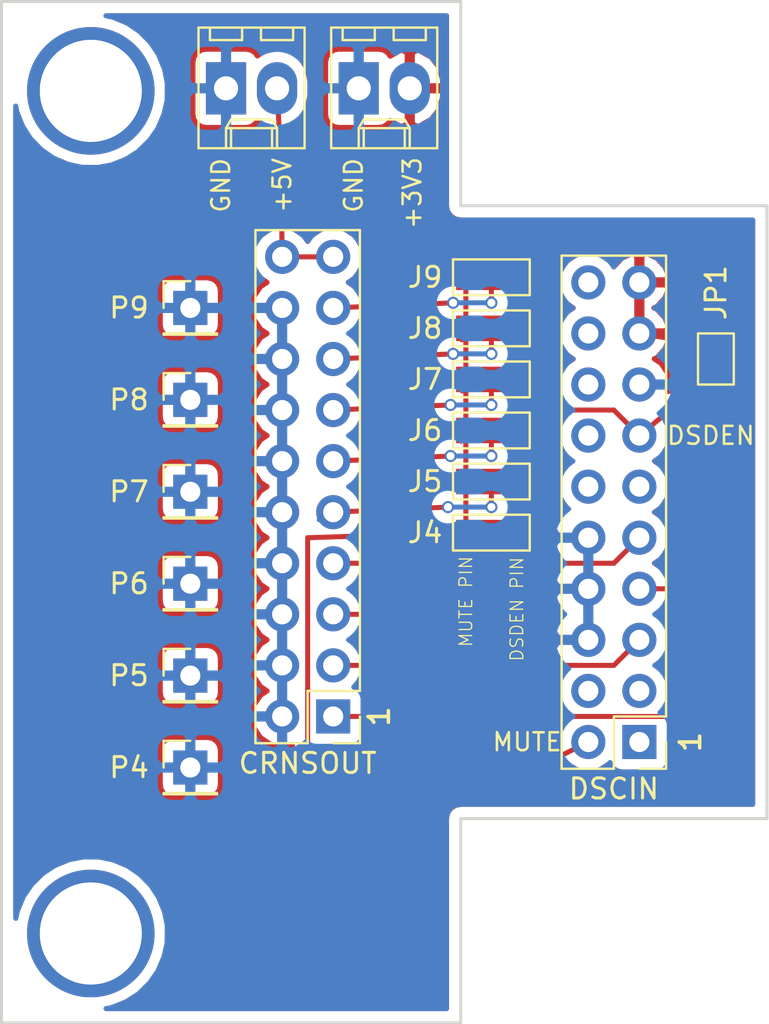
<source format=kicad_pcb>
(kicad_pcb (version 20171130) (host pcbnew "(5.0.0-rc2-dev-493-gd776eac)")

  (general
    (thickness 1.6)
    (drawings 18)
    (tracks 77)
    (zones 0)
    (modules 19)
    (nets 15)
  )

  (page USLetter)
  (layers
    (0 F.Cu signal)
    (31 B.Cu signal)
    (32 B.Adhes user)
    (33 F.Adhes user)
    (34 B.Paste user)
    (35 F.Paste user)
    (36 B.SilkS user)
    (37 F.SilkS user)
    (38 B.Mask user)
    (39 F.Mask user)
    (40 Dwgs.User user)
    (41 Cmts.User user)
    (42 Eco1.User user)
    (43 Eco2.User user)
    (44 Edge.Cuts user)
    (45 Margin user)
    (46 B.CrtYd user)
    (47 F.CrtYd user)
    (48 B.Fab user)
    (49 F.Fab user)
  )

  (setup
    (last_trace_width 0.25)
    (trace_clearance 0.2)
    (zone_clearance 0.508)
    (zone_45_only yes)
    (trace_min 0.2)
    (segment_width 0.2)
    (edge_width 0.15)
    (via_size 0.6)
    (via_drill 0.4)
    (via_min_size 0.4)
    (via_min_drill 0.3)
    (uvia_size 0.3)
    (uvia_drill 0.1)
    (uvias_allowed no)
    (uvia_min_size 0.2)
    (uvia_min_drill 0.1)
    (pcb_text_width 0.3)
    (pcb_text_size 1.5 1.5)
    (mod_edge_width 0.15)
    (mod_text_size 1 1)
    (mod_text_width 0.15)
    (pad_size 6.35 6.35)
    (pad_drill 5.08)
    (pad_to_mask_clearance 0.2)
    (aux_axis_origin 105.41 90.17)
    (grid_origin 130.81 100.33)
    (visible_elements FFFFEFFF)
    (pcbplotparams
      (layerselection 0x010f0_80000001)
      (usegerberextensions false)
      (usegerberattributes false)
      (usegerberadvancedattributes false)
      (creategerberjobfile false)
      (excludeedgelayer true)
      (linewidth 0.100000)
      (plotframeref false)
      (viasonmask false)
      (mode 1)
      (useauxorigin false)
      (hpglpennumber 1)
      (hpglpenspeed 20)
      (hpglpendiameter 15)
      (psnegative false)
      (psa4output false)
      (plotreference true)
      (plotvalue true)
      (plotinvisibletext false)
      (padsonsilk false)
      (subtractmaskfromsilk false)
      (outputformat 1)
      (mirror false)
      (drillshape 0)
      (scaleselection 1)
      (outputdirectory ""))
  )

  (net 0 "")
  (net 1 VCC)
  (net 2 GND)
  (net 3 "Net-(J2-Pad7)")
  (net 4 VDD)
  (net 5 "Net-(J2-Pad11)")
  (net 6 "Net-(CRNSOUT1-Pad1)")
  (net 7 "Net-(CRNSOUT1-Pad2)")
  (net 8 "Net-(CRNSOUT1-Pad3)")
  (net 9 "Net-(CRNSOUT1-Pad4)")
  (net 10 "Net-(CRNSOUT1-Pad5)")
  (net 11 "Net-(CRNSOUT1-Pad6)")
  (net 12 "Net-(CRNSOUT1-Pad7)")
  (net 13 "Net-(CRNSOUT1-Pad8)")
  (net 14 "Net-(CRNSOUT1-Pad9)")

  (net_class Default "This is the default net class."
    (clearance 0.2)
    (trace_width 0.25)
    (via_dia 0.6)
    (via_drill 0.4)
    (uvia_dia 0.3)
    (uvia_drill 0.1)
    (add_net GND)
    (add_net "Net-(CRNSOUT1-Pad1)")
    (add_net "Net-(CRNSOUT1-Pad2)")
    (add_net "Net-(CRNSOUT1-Pad3)")
    (add_net "Net-(CRNSOUT1-Pad4)")
    (add_net "Net-(CRNSOUT1-Pad5)")
    (add_net "Net-(CRNSOUT1-Pad6)")
    (add_net "Net-(CRNSOUT1-Pad7)")
    (add_net "Net-(CRNSOUT1-Pad8)")
    (add_net "Net-(CRNSOUT1-Pad9)")
    (add_net "Net-(J2-Pad11)")
    (add_net "Net-(J2-Pad7)")
    (add_net VCC)
    (add_net VDD)
  )

  (module Connectors:1pin (layer F.Cu) (tedit 5ADA65D5) (tstamp 5ADA6894)
    (at 103.505 132.715)
    (descr "module 1 pin (ou trou mecanique de percage)")
    (tags DEV)
    (fp_text reference REF2 (at 0 -3.048) (layer F.SilkS) hide
      (effects (font (size 1 1) (thickness 0.15)))
    )
    (fp_text value 1pin (at 0 3) (layer F.Fab)
      (effects (font (size 1 1) (thickness 0.15)))
    )
    (fp_circle (center 0 0) (end 2 0.8) (layer F.Fab) (width 0.1))
    (fp_circle (center 0 0) (end 2.6 0) (layer F.CrtYd) (width 0.05))
    (fp_circle (center 0 0) (end 0 -2.286) (layer F.SilkS) (width 0.12))
    (pad 1 thru_hole circle (at 0 0) (size 6.35 6.35) (drill 5.08) (layers *.Cu *.Mask))
  )

  (module Connectors:1pin (layer F.Cu) (tedit 5ADA64F2) (tstamp 5ADA6702)
    (at 103.505 90.805)
    (descr "module 1 pin (ou trou mecanique de percage)")
    (tags DEV)
    (fp_text reference REF1 (at 0 -3.048) (layer F.SilkS) hide
      (effects (font (size 1 1) (thickness 0.15)))
    )
    (fp_text value 1pin (at 0 3) (layer F.Fab)
      (effects (font (size 1 1) (thickness 0.15)))
    )
    (fp_circle (center 0 0) (end 2 0.8) (layer F.Fab) (width 0.1))
    (fp_circle (center 0 0) (end 2.6 0) (layer F.CrtYd) (width 0.05))
    (fp_circle (center 0 0) (end 0 -2.286) (layer F.SilkS) (width 0.12))
    (pad 1 thru_hole circle (at 0 0) (size 6.35 6.35) (drill 5.08) (layers *.Cu *.Mask))
  )

  (module Connectors:GS3 (layer F.Cu) (tedit 5AD907D3) (tstamp 5AD8DAED)
    (at 123.444 112.776 90)
    (descr "3-pin solder bridge")
    (tags "solder bridge")
    (path /5AD110F9)
    (attr smd)
    (fp_text reference J4 (at 0 -3.302 180) (layer F.SilkS)
      (effects (font (size 1 1) (thickness 0.15)))
    )
    (fp_text value GS4 (at 1.8 0 180) (layer F.Fab)
      (effects (font (size 1 1) (thickness 0.15)))
    )
    (fp_line (start -1.15 -2.15) (end 1.15 -2.15) (layer F.CrtYd) (width 0.05))
    (fp_line (start 1.15 -2.15) (end 1.15 2.15) (layer F.CrtYd) (width 0.05))
    (fp_line (start 1.15 2.15) (end -1.15 2.15) (layer F.CrtYd) (width 0.05))
    (fp_line (start -1.15 2.15) (end -1.15 -2.15) (layer F.CrtYd) (width 0.05))
    (fp_line (start -0.89 -1.91) (end -0.89 1.91) (layer F.SilkS) (width 0.12))
    (fp_line (start -0.89 1.91) (end 0.89 1.91) (layer F.SilkS) (width 0.12))
    (fp_line (start 0.89 1.91) (end 0.89 -1.91) (layer F.SilkS) (width 0.12))
    (fp_line (start -0.89 -1.91) (end 0.89 -1.91) (layer F.SilkS) (width 0.12))
    (pad 1 smd rect (at 0 -1.27 90) (size 1.27 0.97) (layers F.Cu F.Paste F.Mask)
      (net 5 "Net-(J2-Pad11)"))
    (pad 2 smd rect (at 0 0 90) (size 1.27 0.97) (layers F.Cu F.Paste F.Mask)
      (net 9 "Net-(CRNSOUT1-Pad4)"))
    (pad 3 smd rect (at 0 1.27 90) (size 1.27 0.97) (layers F.Cu F.Paste F.Mask)
      (net 3 "Net-(J2-Pad7)"))
  )

  (module Connectors:GS3 (layer F.Cu) (tedit 5AD907CD) (tstamp 5AD8DAFC)
    (at 123.444 110.236 90)
    (descr "3-pin solder bridge")
    (tags "solder bridge")
    (path /5AD115AE)
    (attr smd)
    (fp_text reference J5 (at 0 -3.302 180) (layer F.SilkS)
      (effects (font (size 1 1) (thickness 0.15)))
    )
    (fp_text value GS5 (at 1.8 0 180) (layer F.Fab)
      (effects (font (size 1 1) (thickness 0.15)))
    )
    (fp_line (start -1.15 -2.15) (end 1.15 -2.15) (layer F.CrtYd) (width 0.05))
    (fp_line (start 1.15 -2.15) (end 1.15 2.15) (layer F.CrtYd) (width 0.05))
    (fp_line (start 1.15 2.15) (end -1.15 2.15) (layer F.CrtYd) (width 0.05))
    (fp_line (start -1.15 2.15) (end -1.15 -2.15) (layer F.CrtYd) (width 0.05))
    (fp_line (start -0.89 -1.91) (end -0.89 1.91) (layer F.SilkS) (width 0.12))
    (fp_line (start -0.89 1.91) (end 0.89 1.91) (layer F.SilkS) (width 0.12))
    (fp_line (start 0.89 1.91) (end 0.89 -1.91) (layer F.SilkS) (width 0.12))
    (fp_line (start -0.89 -1.91) (end 0.89 -1.91) (layer F.SilkS) (width 0.12))
    (pad 1 smd rect (at 0 -1.27 90) (size 1.27 0.97) (layers F.Cu F.Paste F.Mask)
      (net 5 "Net-(J2-Pad11)"))
    (pad 2 smd rect (at 0 0 90) (size 1.27 0.97) (layers F.Cu F.Paste F.Mask)
      (net 10 "Net-(CRNSOUT1-Pad5)"))
    (pad 3 smd rect (at 0 1.27 90) (size 1.27 0.97) (layers F.Cu F.Paste F.Mask)
      (net 3 "Net-(J2-Pad7)"))
  )

  (module Connectors:GS3 (layer F.Cu) (tedit 5AD907C5) (tstamp 5AD8DB0B)
    (at 123.444 107.696 90)
    (descr "3-pin solder bridge")
    (tags "solder bridge")
    (path /5AD11081)
    (attr smd)
    (fp_text reference J6 (at 0 -3.302 180) (layer F.SilkS)
      (effects (font (size 1 1) (thickness 0.15)))
    )
    (fp_text value GS6 (at 1.8 0 180) (layer F.Fab)
      (effects (font (size 1 1) (thickness 0.15)))
    )
    (fp_line (start -1.15 -2.15) (end 1.15 -2.15) (layer F.CrtYd) (width 0.05))
    (fp_line (start 1.15 -2.15) (end 1.15 2.15) (layer F.CrtYd) (width 0.05))
    (fp_line (start 1.15 2.15) (end -1.15 2.15) (layer F.CrtYd) (width 0.05))
    (fp_line (start -1.15 2.15) (end -1.15 -2.15) (layer F.CrtYd) (width 0.05))
    (fp_line (start -0.89 -1.91) (end -0.89 1.91) (layer F.SilkS) (width 0.12))
    (fp_line (start -0.89 1.91) (end 0.89 1.91) (layer F.SilkS) (width 0.12))
    (fp_line (start 0.89 1.91) (end 0.89 -1.91) (layer F.SilkS) (width 0.12))
    (fp_line (start -0.89 -1.91) (end 0.89 -1.91) (layer F.SilkS) (width 0.12))
    (pad 1 smd rect (at 0 -1.27 90) (size 1.27 0.97) (layers F.Cu F.Paste F.Mask)
      (net 5 "Net-(J2-Pad11)"))
    (pad 2 smd rect (at 0 0 90) (size 1.27 0.97) (layers F.Cu F.Paste F.Mask)
      (net 11 "Net-(CRNSOUT1-Pad6)"))
    (pad 3 smd rect (at 0 1.27 90) (size 1.27 0.97) (layers F.Cu F.Paste F.Mask)
      (net 3 "Net-(J2-Pad7)"))
  )

  (module Connectors:GS3 (layer F.Cu) (tedit 5AD907BC) (tstamp 5AD8DB1A)
    (at 123.444 105.156 90)
    (descr "3-pin solder bridge")
    (tags "solder bridge")
    (path /5AD115A8)
    (attr smd)
    (fp_text reference J7 (at 0 -3.302 180) (layer F.SilkS)
      (effects (font (size 1 1) (thickness 0.15)))
    )
    (fp_text value GS7 (at 1.8 0 180) (layer F.Fab)
      (effects (font (size 1 1) (thickness 0.15)))
    )
    (fp_line (start -1.15 -2.15) (end 1.15 -2.15) (layer F.CrtYd) (width 0.05))
    (fp_line (start 1.15 -2.15) (end 1.15 2.15) (layer F.CrtYd) (width 0.05))
    (fp_line (start 1.15 2.15) (end -1.15 2.15) (layer F.CrtYd) (width 0.05))
    (fp_line (start -1.15 2.15) (end -1.15 -2.15) (layer F.CrtYd) (width 0.05))
    (fp_line (start -0.89 -1.91) (end -0.89 1.91) (layer F.SilkS) (width 0.12))
    (fp_line (start -0.89 1.91) (end 0.89 1.91) (layer F.SilkS) (width 0.12))
    (fp_line (start 0.89 1.91) (end 0.89 -1.91) (layer F.SilkS) (width 0.12))
    (fp_line (start -0.89 -1.91) (end 0.89 -1.91) (layer F.SilkS) (width 0.12))
    (pad 1 smd rect (at 0 -1.27 90) (size 1.27 0.97) (layers F.Cu F.Paste F.Mask)
      (net 5 "Net-(J2-Pad11)"))
    (pad 2 smd rect (at 0 0 90) (size 1.27 0.97) (layers F.Cu F.Paste F.Mask)
      (net 12 "Net-(CRNSOUT1-Pad7)"))
    (pad 3 smd rect (at 0 1.27 90) (size 1.27 0.97) (layers F.Cu F.Paste F.Mask)
      (net 3 "Net-(J2-Pad7)"))
  )

  (module Connectors:GS3 (layer F.Cu) (tedit 5AD907B3) (tstamp 5AD8DB29)
    (at 123.444 102.616 90)
    (descr "3-pin solder bridge")
    (tags "solder bridge")
    (path /5AD10B1A)
    (attr smd)
    (fp_text reference J8 (at 0 -3.302 180) (layer F.SilkS)
      (effects (font (size 1 1) (thickness 0.15)))
    )
    (fp_text value GS8 (at 1.8 0 180) (layer F.Fab)
      (effects (font (size 1 1) (thickness 0.15)))
    )
    (fp_line (start -1.15 -2.15) (end 1.15 -2.15) (layer F.CrtYd) (width 0.05))
    (fp_line (start 1.15 -2.15) (end 1.15 2.15) (layer F.CrtYd) (width 0.05))
    (fp_line (start 1.15 2.15) (end -1.15 2.15) (layer F.CrtYd) (width 0.05))
    (fp_line (start -1.15 2.15) (end -1.15 -2.15) (layer F.CrtYd) (width 0.05))
    (fp_line (start -0.89 -1.91) (end -0.89 1.91) (layer F.SilkS) (width 0.12))
    (fp_line (start -0.89 1.91) (end 0.89 1.91) (layer F.SilkS) (width 0.12))
    (fp_line (start 0.89 1.91) (end 0.89 -1.91) (layer F.SilkS) (width 0.12))
    (fp_line (start -0.89 -1.91) (end 0.89 -1.91) (layer F.SilkS) (width 0.12))
    (pad 1 smd rect (at 0 -1.27 90) (size 1.27 0.97) (layers F.Cu F.Paste F.Mask)
      (net 5 "Net-(J2-Pad11)"))
    (pad 2 smd rect (at 0 0 90) (size 1.27 0.97) (layers F.Cu F.Paste F.Mask)
      (net 13 "Net-(CRNSOUT1-Pad8)"))
    (pad 3 smd rect (at 0 1.27 90) (size 1.27 0.97) (layers F.Cu F.Paste F.Mask)
      (net 3 "Net-(J2-Pad7)"))
  )

  (module Connectors:GS3 (layer F.Cu) (tedit 5AD907AA) (tstamp 5AD8DB38)
    (at 123.444 100.076 90)
    (descr "3-pin solder bridge")
    (tags "solder bridge")
    (path /5AD115A2)
    (attr smd)
    (fp_text reference J9 (at 0 -3.302 180) (layer F.SilkS)
      (effects (font (size 1 1) (thickness 0.15)))
    )
    (fp_text value GS9 (at 1.8 0 180) (layer F.Fab)
      (effects (font (size 1 1) (thickness 0.15)))
    )
    (fp_line (start -1.15 -2.15) (end 1.15 -2.15) (layer F.CrtYd) (width 0.05))
    (fp_line (start 1.15 -2.15) (end 1.15 2.15) (layer F.CrtYd) (width 0.05))
    (fp_line (start 1.15 2.15) (end -1.15 2.15) (layer F.CrtYd) (width 0.05))
    (fp_line (start -1.15 2.15) (end -1.15 -2.15) (layer F.CrtYd) (width 0.05))
    (fp_line (start -0.89 -1.91) (end -0.89 1.91) (layer F.SilkS) (width 0.12))
    (fp_line (start -0.89 1.91) (end 0.89 1.91) (layer F.SilkS) (width 0.12))
    (fp_line (start 0.89 1.91) (end 0.89 -1.91) (layer F.SilkS) (width 0.12))
    (fp_line (start -0.89 -1.91) (end 0.89 -1.91) (layer F.SilkS) (width 0.12))
    (pad 1 smd rect (at 0 -1.27 90) (size 1.27 0.97) (layers F.Cu F.Paste F.Mask)
      (net 5 "Net-(J2-Pad11)"))
    (pad 2 smd rect (at 0 0 90) (size 1.27 0.97) (layers F.Cu F.Paste F.Mask)
      (net 14 "Net-(CRNSOUT1-Pad9)"))
    (pad 3 smd rect (at 0 1.27 90) (size 1.27 0.97) (layers F.Cu F.Paste F.Mask)
      (net 3 "Net-(J2-Pad7)"))
  )

  (module Connectors:GS2 (layer F.Cu) (tedit 5AD907E1) (tstamp 5AD8DB46)
    (at 134.62 104.14 180)
    (descr "2-pin solder bridge")
    (tags "solder bridge")
    (path /5ACE3739)
    (attr smd)
    (fp_text reference JP1 (at 0 3.302 270) (layer F.SilkS)
      (effects (font (size 1 1) (thickness 0.15)))
    )
    (fp_text value DSD_EN_3V3 (at -1.8 0 270) (layer F.Fab)
      (effects (font (size 1 1) (thickness 0.15)))
    )
    (fp_line (start 1.1 -1.45) (end 1.1 1.5) (layer F.CrtYd) (width 0.05))
    (fp_line (start 1.1 1.5) (end -1.1 1.5) (layer F.CrtYd) (width 0.05))
    (fp_line (start -1.1 1.5) (end -1.1 -1.45) (layer F.CrtYd) (width 0.05))
    (fp_line (start -1.1 -1.45) (end 1.1 -1.45) (layer F.CrtYd) (width 0.05))
    (fp_line (start -0.89 -1.27) (end -0.89 1.27) (layer F.SilkS) (width 0.12))
    (fp_line (start 0.89 1.27) (end 0.89 -1.27) (layer F.SilkS) (width 0.12))
    (fp_line (start 0.89 1.27) (end -0.89 1.27) (layer F.SilkS) (width 0.12))
    (fp_line (start -0.89 -1.27) (end 0.89 -1.27) (layer F.SilkS) (width 0.12))
    (pad 1 smd rect (at 0 -0.64 180) (size 1.27 0.97) (layers F.Cu F.Paste F.Mask)
      (net 3 "Net-(J2-Pad7)"))
    (pad 2 smd rect (at 0 0.64 180) (size 1.27 0.97) (layers F.Cu F.Paste F.Mask)
      (net 4 VDD))
  )

  (module Pin_Headers:Pin_Header_Straight_1x01_Pitch2.54mm (layer F.Cu) (tedit 5AD9081E) (tstamp 5AD8DB5B)
    (at 108.458 124.46)
    (descr "Through hole straight pin header, 1x01, 2.54mm pitch, single row")
    (tags "Through hole pin header THT 1x01 2.54mm single row")
    (path /5ACE545C)
    (fp_text reference P4 (at -3.048 0) (layer F.SilkS)
      (effects (font (size 1 1) (thickness 0.15)))
    )
    (fp_text value GND4 (at 0 2.33) (layer F.Fab)
      (effects (font (size 1 1) (thickness 0.15)))
    )
    (fp_line (start -0.635 -1.27) (end 1.27 -1.27) (layer F.Fab) (width 0.1))
    (fp_line (start 1.27 -1.27) (end 1.27 1.27) (layer F.Fab) (width 0.1))
    (fp_line (start 1.27 1.27) (end -1.27 1.27) (layer F.Fab) (width 0.1))
    (fp_line (start -1.27 1.27) (end -1.27 -0.635) (layer F.Fab) (width 0.1))
    (fp_line (start -1.27 -0.635) (end -0.635 -1.27) (layer F.Fab) (width 0.1))
    (fp_line (start -1.33 1.33) (end 1.33 1.33) (layer F.SilkS) (width 0.12))
    (fp_line (start -1.33 1.27) (end -1.33 1.33) (layer F.SilkS) (width 0.12))
    (fp_line (start 1.33 1.27) (end 1.33 1.33) (layer F.SilkS) (width 0.12))
    (fp_line (start -1.33 1.27) (end 1.33 1.27) (layer F.SilkS) (width 0.12))
    (fp_line (start -1.33 0) (end -1.33 -1.33) (layer F.SilkS) (width 0.12))
    (fp_line (start -1.33 -1.33) (end 0 -1.33) (layer F.SilkS) (width 0.12))
    (fp_line (start -1.8 -1.8) (end -1.8 1.8) (layer F.CrtYd) (width 0.05))
    (fp_line (start -1.8 1.8) (end 1.8 1.8) (layer F.CrtYd) (width 0.05))
    (fp_line (start 1.8 1.8) (end 1.8 -1.8) (layer F.CrtYd) (width 0.05))
    (fp_line (start 1.8 -1.8) (end -1.8 -1.8) (layer F.CrtYd) (width 0.05))
    (fp_text user %R (at 0 0 90) (layer F.Fab)
      (effects (font (size 1 1) (thickness 0.15)))
    )
    (pad 1 thru_hole rect (at 0 0) (size 1.7 1.7) (drill 1) (layers *.Cu *.Mask)
      (net 2 GND))
    (model ${KISYS3DMOD}/Pin_Headers.3dshapes/Pin_Header_Straight_1x01_Pitch2.54mm.wrl
      (at (xyz 0 0 0))
      (scale (xyz 1 1 1))
      (rotate (xyz 0 0 0))
    )
  )

  (module Pin_Headers:Pin_Header_Straight_1x01_Pitch2.54mm (layer F.Cu) (tedit 5AD90816) (tstamp 5AD8DB70)
    (at 108.458 119.888)
    (descr "Through hole straight pin header, 1x01, 2.54mm pitch, single row")
    (tags "Through hole pin header THT 1x01 2.54mm single row")
    (path /5ACE5415)
    (fp_text reference P5 (at -3.048 0) (layer F.SilkS)
      (effects (font (size 1 1) (thickness 0.15)))
    )
    (fp_text value GND5 (at 0 2.33) (layer F.Fab)
      (effects (font (size 1 1) (thickness 0.15)))
    )
    (fp_line (start -0.635 -1.27) (end 1.27 -1.27) (layer F.Fab) (width 0.1))
    (fp_line (start 1.27 -1.27) (end 1.27 1.27) (layer F.Fab) (width 0.1))
    (fp_line (start 1.27 1.27) (end -1.27 1.27) (layer F.Fab) (width 0.1))
    (fp_line (start -1.27 1.27) (end -1.27 -0.635) (layer F.Fab) (width 0.1))
    (fp_line (start -1.27 -0.635) (end -0.635 -1.27) (layer F.Fab) (width 0.1))
    (fp_line (start -1.33 1.33) (end 1.33 1.33) (layer F.SilkS) (width 0.12))
    (fp_line (start -1.33 1.27) (end -1.33 1.33) (layer F.SilkS) (width 0.12))
    (fp_line (start 1.33 1.27) (end 1.33 1.33) (layer F.SilkS) (width 0.12))
    (fp_line (start -1.33 1.27) (end 1.33 1.27) (layer F.SilkS) (width 0.12))
    (fp_line (start -1.33 0) (end -1.33 -1.33) (layer F.SilkS) (width 0.12))
    (fp_line (start -1.33 -1.33) (end 0 -1.33) (layer F.SilkS) (width 0.12))
    (fp_line (start -1.8 -1.8) (end -1.8 1.8) (layer F.CrtYd) (width 0.05))
    (fp_line (start -1.8 1.8) (end 1.8 1.8) (layer F.CrtYd) (width 0.05))
    (fp_line (start 1.8 1.8) (end 1.8 -1.8) (layer F.CrtYd) (width 0.05))
    (fp_line (start 1.8 -1.8) (end -1.8 -1.8) (layer F.CrtYd) (width 0.05))
    (fp_text user %R (at 0 0 90) (layer F.Fab)
      (effects (font (size 1 1) (thickness 0.15)))
    )
    (pad 1 thru_hole rect (at 0 0) (size 1.7 1.7) (drill 1) (layers *.Cu *.Mask)
      (net 2 GND))
    (model ${KISYS3DMOD}/Pin_Headers.3dshapes/Pin_Header_Straight_1x01_Pitch2.54mm.wrl
      (at (xyz 0 0 0))
      (scale (xyz 1 1 1))
      (rotate (xyz 0 0 0))
    )
  )

  (module Pin_Headers:Pin_Header_Straight_1x01_Pitch2.54mm (layer F.Cu) (tedit 5AD9080D) (tstamp 5AD8DB85)
    (at 108.458 115.316)
    (descr "Through hole straight pin header, 1x01, 2.54mm pitch, single row")
    (tags "Through hole pin header THT 1x01 2.54mm single row")
    (path /5ACE53D0)
    (fp_text reference P6 (at -3.048 0) (layer F.SilkS)
      (effects (font (size 1 1) (thickness 0.15)))
    )
    (fp_text value GND6 (at 0 2.33) (layer F.Fab)
      (effects (font (size 1 1) (thickness 0.15)))
    )
    (fp_line (start -0.635 -1.27) (end 1.27 -1.27) (layer F.Fab) (width 0.1))
    (fp_line (start 1.27 -1.27) (end 1.27 1.27) (layer F.Fab) (width 0.1))
    (fp_line (start 1.27 1.27) (end -1.27 1.27) (layer F.Fab) (width 0.1))
    (fp_line (start -1.27 1.27) (end -1.27 -0.635) (layer F.Fab) (width 0.1))
    (fp_line (start -1.27 -0.635) (end -0.635 -1.27) (layer F.Fab) (width 0.1))
    (fp_line (start -1.33 1.33) (end 1.33 1.33) (layer F.SilkS) (width 0.12))
    (fp_line (start -1.33 1.27) (end -1.33 1.33) (layer F.SilkS) (width 0.12))
    (fp_line (start 1.33 1.27) (end 1.33 1.33) (layer F.SilkS) (width 0.12))
    (fp_line (start -1.33 1.27) (end 1.33 1.27) (layer F.SilkS) (width 0.12))
    (fp_line (start -1.33 0) (end -1.33 -1.33) (layer F.SilkS) (width 0.12))
    (fp_line (start -1.33 -1.33) (end 0 -1.33) (layer F.SilkS) (width 0.12))
    (fp_line (start -1.8 -1.8) (end -1.8 1.8) (layer F.CrtYd) (width 0.05))
    (fp_line (start -1.8 1.8) (end 1.8 1.8) (layer F.CrtYd) (width 0.05))
    (fp_line (start 1.8 1.8) (end 1.8 -1.8) (layer F.CrtYd) (width 0.05))
    (fp_line (start 1.8 -1.8) (end -1.8 -1.8) (layer F.CrtYd) (width 0.05))
    (fp_text user %R (at 0 0 90) (layer F.Fab)
      (effects (font (size 1 1) (thickness 0.15)))
    )
    (pad 1 thru_hole rect (at 0 0) (size 1.7 1.7) (drill 1) (layers *.Cu *.Mask)
      (net 2 GND))
    (model ${KISYS3DMOD}/Pin_Headers.3dshapes/Pin_Header_Straight_1x01_Pitch2.54mm.wrl
      (at (xyz 0 0 0))
      (scale (xyz 1 1 1))
      (rotate (xyz 0 0 0))
    )
  )

  (module Pin_Headers:Pin_Header_Straight_1x01_Pitch2.54mm (layer F.Cu) (tedit 5AD90803) (tstamp 5AD8DB9A)
    (at 108.458 110.744)
    (descr "Through hole straight pin header, 1x01, 2.54mm pitch, single row")
    (tags "Through hole pin header THT 1x01 2.54mm single row")
    (path /5ACE539D)
    (fp_text reference P7 (at -3.048 0) (layer F.SilkS)
      (effects (font (size 1 1) (thickness 0.15)))
    )
    (fp_text value GND7 (at 0 2.33) (layer F.Fab)
      (effects (font (size 1 1) (thickness 0.15)))
    )
    (fp_line (start -0.635 -1.27) (end 1.27 -1.27) (layer F.Fab) (width 0.1))
    (fp_line (start 1.27 -1.27) (end 1.27 1.27) (layer F.Fab) (width 0.1))
    (fp_line (start 1.27 1.27) (end -1.27 1.27) (layer F.Fab) (width 0.1))
    (fp_line (start -1.27 1.27) (end -1.27 -0.635) (layer F.Fab) (width 0.1))
    (fp_line (start -1.27 -0.635) (end -0.635 -1.27) (layer F.Fab) (width 0.1))
    (fp_line (start -1.33 1.33) (end 1.33 1.33) (layer F.SilkS) (width 0.12))
    (fp_line (start -1.33 1.27) (end -1.33 1.33) (layer F.SilkS) (width 0.12))
    (fp_line (start 1.33 1.27) (end 1.33 1.33) (layer F.SilkS) (width 0.12))
    (fp_line (start -1.33 1.27) (end 1.33 1.27) (layer F.SilkS) (width 0.12))
    (fp_line (start -1.33 0) (end -1.33 -1.33) (layer F.SilkS) (width 0.12))
    (fp_line (start -1.33 -1.33) (end 0 -1.33) (layer F.SilkS) (width 0.12))
    (fp_line (start -1.8 -1.8) (end -1.8 1.8) (layer F.CrtYd) (width 0.05))
    (fp_line (start -1.8 1.8) (end 1.8 1.8) (layer F.CrtYd) (width 0.05))
    (fp_line (start 1.8 1.8) (end 1.8 -1.8) (layer F.CrtYd) (width 0.05))
    (fp_line (start 1.8 -1.8) (end -1.8 -1.8) (layer F.CrtYd) (width 0.05))
    (fp_text user %R (at 0 0 90) (layer F.Fab)
      (effects (font (size 1 1) (thickness 0.15)))
    )
    (pad 1 thru_hole rect (at 0 0) (size 1.7 1.7) (drill 1) (layers *.Cu *.Mask)
      (net 2 GND))
    (model ${KISYS3DMOD}/Pin_Headers.3dshapes/Pin_Header_Straight_1x01_Pitch2.54mm.wrl
      (at (xyz 0 0 0))
      (scale (xyz 1 1 1))
      (rotate (xyz 0 0 0))
    )
  )

  (module Pin_Headers:Pin_Header_Straight_1x01_Pitch2.54mm (layer F.Cu) (tedit 5AD907F6) (tstamp 5AD8DBAF)
    (at 108.458 106.172)
    (descr "Through hole straight pin header, 1x01, 2.54mm pitch, single row")
    (tags "Through hole pin header THT 1x01 2.54mm single row")
    (path /5ACE534C)
    (fp_text reference P8 (at -3.048 0) (layer F.SilkS)
      (effects (font (size 1 1) (thickness 0.15)))
    )
    (fp_text value GND8 (at 0 2.33) (layer F.Fab)
      (effects (font (size 1 1) (thickness 0.15)))
    )
    (fp_line (start -0.635 -1.27) (end 1.27 -1.27) (layer F.Fab) (width 0.1))
    (fp_line (start 1.27 -1.27) (end 1.27 1.27) (layer F.Fab) (width 0.1))
    (fp_line (start 1.27 1.27) (end -1.27 1.27) (layer F.Fab) (width 0.1))
    (fp_line (start -1.27 1.27) (end -1.27 -0.635) (layer F.Fab) (width 0.1))
    (fp_line (start -1.27 -0.635) (end -0.635 -1.27) (layer F.Fab) (width 0.1))
    (fp_line (start -1.33 1.33) (end 1.33 1.33) (layer F.SilkS) (width 0.12))
    (fp_line (start -1.33 1.27) (end -1.33 1.33) (layer F.SilkS) (width 0.12))
    (fp_line (start 1.33 1.27) (end 1.33 1.33) (layer F.SilkS) (width 0.12))
    (fp_line (start -1.33 1.27) (end 1.33 1.27) (layer F.SilkS) (width 0.12))
    (fp_line (start -1.33 0) (end -1.33 -1.33) (layer F.SilkS) (width 0.12))
    (fp_line (start -1.33 -1.33) (end 0 -1.33) (layer F.SilkS) (width 0.12))
    (fp_line (start -1.8 -1.8) (end -1.8 1.8) (layer F.CrtYd) (width 0.05))
    (fp_line (start -1.8 1.8) (end 1.8 1.8) (layer F.CrtYd) (width 0.05))
    (fp_line (start 1.8 1.8) (end 1.8 -1.8) (layer F.CrtYd) (width 0.05))
    (fp_line (start 1.8 -1.8) (end -1.8 -1.8) (layer F.CrtYd) (width 0.05))
    (fp_text user %R (at 0 0 90) (layer F.Fab)
      (effects (font (size 1 1) (thickness 0.15)))
    )
    (pad 1 thru_hole rect (at 0 0) (size 1.7 1.7) (drill 1) (layers *.Cu *.Mask)
      (net 2 GND))
    (model ${KISYS3DMOD}/Pin_Headers.3dshapes/Pin_Header_Straight_1x01_Pitch2.54mm.wrl
      (at (xyz 0 0 0))
      (scale (xyz 1 1 1))
      (rotate (xyz 0 0 0))
    )
  )

  (module Pin_Headers:Pin_Header_Straight_1x01_Pitch2.54mm (layer F.Cu) (tedit 5AD907EB) (tstamp 5AD8DBC4)
    (at 108.458 101.6)
    (descr "Through hole straight pin header, 1x01, 2.54mm pitch, single row")
    (tags "Through hole pin header THT 1x01 2.54mm single row")
    (path /5ACE4F80)
    (fp_text reference P9 (at -3.048 0) (layer F.SilkS)
      (effects (font (size 1 1) (thickness 0.15)))
    )
    (fp_text value GND9 (at 0 2.33) (layer F.Fab)
      (effects (font (size 1 1) (thickness 0.15)))
    )
    (fp_line (start -0.635 -1.27) (end 1.27 -1.27) (layer F.Fab) (width 0.1))
    (fp_line (start 1.27 -1.27) (end 1.27 1.27) (layer F.Fab) (width 0.1))
    (fp_line (start 1.27 1.27) (end -1.27 1.27) (layer F.Fab) (width 0.1))
    (fp_line (start -1.27 1.27) (end -1.27 -0.635) (layer F.Fab) (width 0.1))
    (fp_line (start -1.27 -0.635) (end -0.635 -1.27) (layer F.Fab) (width 0.1))
    (fp_line (start -1.33 1.33) (end 1.33 1.33) (layer F.SilkS) (width 0.12))
    (fp_line (start -1.33 1.27) (end -1.33 1.33) (layer F.SilkS) (width 0.12))
    (fp_line (start 1.33 1.27) (end 1.33 1.33) (layer F.SilkS) (width 0.12))
    (fp_line (start -1.33 1.27) (end 1.33 1.27) (layer F.SilkS) (width 0.12))
    (fp_line (start -1.33 0) (end -1.33 -1.33) (layer F.SilkS) (width 0.12))
    (fp_line (start -1.33 -1.33) (end 0 -1.33) (layer F.SilkS) (width 0.12))
    (fp_line (start -1.8 -1.8) (end -1.8 1.8) (layer F.CrtYd) (width 0.05))
    (fp_line (start -1.8 1.8) (end 1.8 1.8) (layer F.CrtYd) (width 0.05))
    (fp_line (start 1.8 1.8) (end 1.8 -1.8) (layer F.CrtYd) (width 0.05))
    (fp_line (start 1.8 -1.8) (end -1.8 -1.8) (layer F.CrtYd) (width 0.05))
    (fp_text user %R (at 0 0 90) (layer F.Fab)
      (effects (font (size 1 1) (thickness 0.15)))
    )
    (pad 1 thru_hole rect (at 0 0) (size 1.7 1.7) (drill 1) (layers *.Cu *.Mask)
      (net 2 GND))
    (model ${KISYS3DMOD}/Pin_Headers.3dshapes/Pin_Header_Straight_1x01_Pitch2.54mm.wrl
      (at (xyz 0 0 0))
      (scale (xyz 1 1 1))
      (rotate (xyz 0 0 0))
    )
  )

  (module Custom_Modules:Molex_KK-6410-02_02x2.54mm_Straight_Power (layer F.Cu) (tedit 5AD8F0C8) (tstamp 5AD8E0D4)
    (at 116.84 90.678)
    (descr "Connector Headers with Friction Lock, 22-27-2021, http://www.molex.com/pdm_docs/sd/022272021_sd.pdf")
    (tags "connector molex kk_6410 22-27-2021")
    (path /5AD101C2)
    (fp_text reference PWR_3V31 (at 1 -4.5) (layer F.SilkS) hide
      (effects (font (size 1 1) (thickness 0.15)))
    )
    (fp_text value PWR_3V3 (at 1.27 4.5) (layer F.Fab) hide
      (effects (font (size 1 1) (thickness 0.15)))
    )
    (fp_line (start -1.47 -3.12) (end -1.47 3.08) (layer F.Fab) (width 0.12))
    (fp_line (start -1.47 3.08) (end 4.01 3.08) (layer F.Fab) (width 0.12))
    (fp_line (start 4.01 3.08) (end 4.01 -3.12) (layer F.Fab) (width 0.12))
    (fp_line (start 4.01 -3.12) (end -1.47 -3.12) (layer F.Fab) (width 0.12))
    (fp_line (start -1.37 -3.02) (end -1.37 2.98) (layer F.SilkS) (width 0.12))
    (fp_line (start -1.37 2.98) (end 3.91 2.98) (layer F.SilkS) (width 0.12))
    (fp_line (start 3.91 2.98) (end 3.91 -3.02) (layer F.SilkS) (width 0.12))
    (fp_line (start 3.91 -3.02) (end -1.37 -3.02) (layer F.SilkS) (width 0.12))
    (fp_line (start 0 2.98) (end 0 1.98) (layer F.SilkS) (width 0.12))
    (fp_line (start 0 1.98) (end 2.54 1.98) (layer F.SilkS) (width 0.12))
    (fp_line (start 2.54 1.98) (end 2.54 2.98) (layer F.SilkS) (width 0.12))
    (fp_line (start 0 1.98) (end 0.25 1.55) (layer F.SilkS) (width 0.12))
    (fp_line (start 0.25 1.55) (end 2.29 1.55) (layer F.SilkS) (width 0.12))
    (fp_line (start 2.29 1.55) (end 2.54 1.98) (layer F.SilkS) (width 0.12))
    (fp_line (start 0.25 2.98) (end 0.25 1.98) (layer F.SilkS) (width 0.12))
    (fp_line (start 2.29 2.98) (end 2.29 1.98) (layer F.SilkS) (width 0.12))
    (fp_line (start -0.8 -3.02) (end -0.8 -2.4) (layer F.SilkS) (width 0.12))
    (fp_line (start -0.8 -2.4) (end 0.8 -2.4) (layer F.SilkS) (width 0.12))
    (fp_line (start 0.8 -2.4) (end 0.8 -3.02) (layer F.SilkS) (width 0.12))
    (fp_line (start 1.74 -3.02) (end 1.74 -2.4) (layer F.SilkS) (width 0.12))
    (fp_line (start 1.74 -2.4) (end 3.34 -2.4) (layer F.SilkS) (width 0.12))
    (fp_line (start 3.34 -2.4) (end 3.34 -3.02) (layer F.SilkS) (width 0.12))
    (fp_line (start -1.9 3.5) (end -1.9 -3.55) (layer F.CrtYd) (width 0.05))
    (fp_line (start -1.9 -3.55) (end 4.45 -3.55) (layer F.CrtYd) (width 0.05))
    (fp_line (start 4.45 -3.55) (end 4.45 3.5) (layer F.CrtYd) (width 0.05))
    (fp_line (start 4.45 3.5) (end -1.9 3.5) (layer F.CrtYd) (width 0.05))
    (fp_text user %R (at 1.27 0) (layer F.Fab)
      (effects (font (size 1 1) (thickness 0.15)))
    )
    (pad GND thru_hole rect (at 0 0) (size 2 2.6) (drill 1.2) (layers *.Cu *.Mask)
      (net 2 GND))
    (pad VCC thru_hole oval (at 2.54 0) (size 2 2.6) (drill 1.2) (layers *.Cu *.Mask)
      (net 4 VDD))
    (model ${KISYS3DMOD}/Connectors_Molex.3dshapes/Molex_KK-6410-02_02x2.54mm_Straight.wrl
      (at (xyz 0 0 0))
      (scale (xyz 1 1 1))
      (rotate (xyz 0 0 0))
    )
  )

  (module Custom_Modules:Molex_KK-6410-02_02x2.54mm_Straight_Power (layer F.Cu) (tedit 5AD8F0C3) (tstamp 5AD8E0F5)
    (at 110.236 90.678)
    (descr "Connector Headers with Friction Lock, 22-27-2021, http://www.molex.com/pdm_docs/sd/022272021_sd.pdf")
    (tags "connector molex kk_6410 22-27-2021")
    (path /5ACE33CA)
    (fp_text reference PWR_5V1 (at 0 -4.572) (layer F.SilkS) hide
      (effects (font (size 1 1) (thickness 0.15)))
    )
    (fp_text value PWR_5V (at 1.27 4.5) (layer F.Fab) hide
      (effects (font (size 1 1) (thickness 0.15)))
    )
    (fp_line (start -1.47 -3.12) (end -1.47 3.08) (layer F.Fab) (width 0.12))
    (fp_line (start -1.47 3.08) (end 4.01 3.08) (layer F.Fab) (width 0.12))
    (fp_line (start 4.01 3.08) (end 4.01 -3.12) (layer F.Fab) (width 0.12))
    (fp_line (start 4.01 -3.12) (end -1.47 -3.12) (layer F.Fab) (width 0.12))
    (fp_line (start -1.37 -3.02) (end -1.37 2.98) (layer F.SilkS) (width 0.12))
    (fp_line (start -1.37 2.98) (end 3.91 2.98) (layer F.SilkS) (width 0.12))
    (fp_line (start 3.91 2.98) (end 3.91 -3.02) (layer F.SilkS) (width 0.12))
    (fp_line (start 3.91 -3.02) (end -1.37 -3.02) (layer F.SilkS) (width 0.12))
    (fp_line (start 0 2.98) (end 0 1.98) (layer F.SilkS) (width 0.12))
    (fp_line (start 0 1.98) (end 2.54 1.98) (layer F.SilkS) (width 0.12))
    (fp_line (start 2.54 1.98) (end 2.54 2.98) (layer F.SilkS) (width 0.12))
    (fp_line (start 0 1.98) (end 0.25 1.55) (layer F.SilkS) (width 0.12))
    (fp_line (start 0.25 1.55) (end 2.29 1.55) (layer F.SilkS) (width 0.12))
    (fp_line (start 2.29 1.55) (end 2.54 1.98) (layer F.SilkS) (width 0.12))
    (fp_line (start 0.25 2.98) (end 0.25 1.98) (layer F.SilkS) (width 0.12))
    (fp_line (start 2.29 2.98) (end 2.29 1.98) (layer F.SilkS) (width 0.12))
    (fp_line (start -0.8 -3.02) (end -0.8 -2.4) (layer F.SilkS) (width 0.12))
    (fp_line (start -0.8 -2.4) (end 0.8 -2.4) (layer F.SilkS) (width 0.12))
    (fp_line (start 0.8 -2.4) (end 0.8 -3.02) (layer F.SilkS) (width 0.12))
    (fp_line (start 1.74 -3.02) (end 1.74 -2.4) (layer F.SilkS) (width 0.12))
    (fp_line (start 1.74 -2.4) (end 3.34 -2.4) (layer F.SilkS) (width 0.12))
    (fp_line (start 3.34 -2.4) (end 3.34 -3.02) (layer F.SilkS) (width 0.12))
    (fp_line (start -1.9 3.5) (end -1.9 -3.55) (layer F.CrtYd) (width 0.05))
    (fp_line (start -1.9 -3.55) (end 4.45 -3.55) (layer F.CrtYd) (width 0.05))
    (fp_line (start 4.45 -3.55) (end 4.45 3.5) (layer F.CrtYd) (width 0.05))
    (fp_line (start 4.45 3.5) (end -1.9 3.5) (layer F.CrtYd) (width 0.05))
    (fp_text user %R (at 1.27 0) (layer F.Fab)
      (effects (font (size 1 1) (thickness 0.15)))
    )
    (pad GND thru_hole rect (at 0 0) (size 2 2.6) (drill 1.2) (layers *.Cu *.Mask)
      (net 2 GND))
    (pad VCC thru_hole oval (at 2.54 0) (size 2 2.6) (drill 1.2) (layers *.Cu *.Mask)
      (net 1 VCC))
    (model ${KISYS3DMOD}/Connectors_Molex.3dshapes/Molex_KK-6410-02_02x2.54mm_Straight.wrl
      (at (xyz 0 0 0))
      (scale (xyz 1 1 1))
      (rotate (xyz 0 0 0))
    )
  )

  (module Headers:Pin_Header_Straight_2x10_Top_To_Bottom_Pitch2.54mm (layer F.Cu) (tedit 5ADA683B) (tstamp 5AD9663D)
    (at 115.57 121.92 180)
    (descr "Through hole straight pin header, 2x10, 2.54mm pitch, double rows")
    (tags "Through hole pin header THT 2x10 2.54mm double row")
    (path /5ACE2CF1)
    (fp_text reference CRNSOUT (at 1.27 -2.33 180) (layer F.SilkS)
      (effects (font (size 1 1) (thickness 0.15)))
    )
    (fp_text value CRNSOUT (at -2.54 11.43 270) (layer F.Fab)
      (effects (font (size 1 1) (thickness 0.15)))
    )
    (fp_line (start 0 -1.27) (end 3.81 -1.27) (layer F.Fab) (width 0.1))
    (fp_line (start 3.81 -1.27) (end 3.81 24.13) (layer F.Fab) (width 0.1))
    (fp_line (start 3.81 24.13) (end -1.27 24.13) (layer F.Fab) (width 0.1))
    (fp_line (start -1.27 24.13) (end -1.27 0) (layer F.Fab) (width 0.1))
    (fp_line (start -1.27 0) (end 0 -1.27) (layer F.Fab) (width 0.1))
    (fp_line (start -1.33 24.19) (end 3.87 24.19) (layer F.SilkS) (width 0.12))
    (fp_line (start -1.33 1.27) (end -1.33 24.19) (layer F.SilkS) (width 0.12))
    (fp_line (start 3.87 -1.33) (end 3.87 24.19) (layer F.SilkS) (width 0.12))
    (fp_line (start -1.33 1.27) (end 1.27 1.27) (layer F.SilkS) (width 0.12))
    (fp_line (start 1.27 1.27) (end 1.27 -1.33) (layer F.SilkS) (width 0.12))
    (fp_line (start 1.27 -1.33) (end 3.87 -1.33) (layer F.SilkS) (width 0.12))
    (fp_line (start -1.33 0) (end -1.33 -1.33) (layer F.SilkS) (width 0.12))
    (fp_line (start -1.33 -1.33) (end 0 -1.33) (layer F.SilkS) (width 0.12))
    (fp_line (start -1.8 -1.8) (end -1.8 24.65) (layer F.CrtYd) (width 0.05))
    (fp_line (start -1.8 24.65) (end 4.35 24.65) (layer F.CrtYd) (width 0.05))
    (fp_line (start 4.35 24.65) (end 4.35 -1.8) (layer F.CrtYd) (width 0.05))
    (fp_line (start 4.35 -1.8) (end -1.8 -1.8) (layer F.CrtYd) (width 0.05))
    (fp_text user %R (at 1.27 11.43 270) (layer F.Fab)
      (effects (font (size 1 1) (thickness 0.15)))
    )
    (pad 1 thru_hole rect (at 0 0 180) (size 1.7 1.7) (drill 1) (layers *.Cu *.Mask)
      (net 6 "Net-(CRNSOUT1-Pad1)"))
    (pad 11 thru_hole oval (at 2.54 0 180) (size 1.7 1.7) (drill 1) (layers *.Cu *.Mask)
      (net 2 GND))
    (pad 2 thru_hole oval (at 0 2.54 180) (size 1.7 1.7) (drill 1) (layers *.Cu *.Mask)
      (net 7 "Net-(CRNSOUT1-Pad2)"))
    (pad 12 thru_hole oval (at 2.54 2.54 180) (size 1.7 1.7) (drill 1) (layers *.Cu *.Mask)
      (net 2 GND))
    (pad 3 thru_hole oval (at 0 5.08 180) (size 1.7 1.7) (drill 1) (layers *.Cu *.Mask)
      (net 8 "Net-(CRNSOUT1-Pad3)"))
    (pad 13 thru_hole oval (at 2.54 5.08 180) (size 1.7 1.7) (drill 1) (layers *.Cu *.Mask)
      (net 2 GND))
    (pad 4 thru_hole oval (at 0 7.62 180) (size 1.7 1.7) (drill 1) (layers *.Cu *.Mask)
      (net 9 "Net-(CRNSOUT1-Pad4)"))
    (pad 14 thru_hole oval (at 2.54 7.62 180) (size 1.7 1.7) (drill 1) (layers *.Cu *.Mask)
      (net 2 GND))
    (pad 5 thru_hole oval (at 0 10.16 180) (size 1.7 1.7) (drill 1) (layers *.Cu *.Mask)
      (net 10 "Net-(CRNSOUT1-Pad5)"))
    (pad 15 thru_hole oval (at 2.54 10.16 180) (size 1.7 1.7) (drill 1) (layers *.Cu *.Mask)
      (net 2 GND))
    (pad 6 thru_hole oval (at 0 12.7 180) (size 1.7 1.7) (drill 1) (layers *.Cu *.Mask)
      (net 11 "Net-(CRNSOUT1-Pad6)"))
    (pad 16 thru_hole oval (at 2.54 12.7 180) (size 1.7 1.7) (drill 1) (layers *.Cu *.Mask)
      (net 2 GND))
    (pad 7 thru_hole oval (at 0 15.24 180) (size 1.7 1.7) (drill 1) (layers *.Cu *.Mask)
      (net 12 "Net-(CRNSOUT1-Pad7)"))
    (pad 17 thru_hole oval (at 2.54 15.24 180) (size 1.7 1.7) (drill 1) (layers *.Cu *.Mask)
      (net 2 GND))
    (pad 8 thru_hole oval (at 0 17.78 180) (size 1.7 1.7) (drill 1) (layers *.Cu *.Mask)
      (net 13 "Net-(CRNSOUT1-Pad8)"))
    (pad 18 thru_hole oval (at 2.54 17.78 180) (size 1.7 1.7) (drill 1) (layers *.Cu *.Mask)
      (net 2 GND))
    (pad 9 thru_hole oval (at 0 20.32 180) (size 1.7 1.7) (drill 1) (layers *.Cu *.Mask)
      (net 14 "Net-(CRNSOUT1-Pad9)"))
    (pad 19 thru_hole oval (at 2.54 20.32 180) (size 1.7 1.7) (drill 1) (layers *.Cu *.Mask)
      (net 2 GND))
    (pad 10 thru_hole oval (at 0 22.86 180) (size 1.7 1.7) (drill 1) (layers *.Cu *.Mask)
      (net 1 VCC))
    (pad 20 thru_hole oval (at 2.54 22.86 180) (size 1.7 1.7) (drill 1) (layers *.Cu *.Mask)
      (net 1 VCC))
    (model ${KISYS3DMOD}/Pin_Headers.3dshapes/Pin_Header_Straight_2x10_Pitch2.54mm.wrl
      (at (xyz 0 0 0))
      (scale (xyz 1 1 1))
      (rotate (xyz 0 0 0))
    )
  )

  (module Headers:Pin_Header_Straight_2x10_Top_To_Bottom_Pitch2.54mm (layer F.Cu) (tedit 5ADA6848) (tstamp 5AD96667)
    (at 130.81 123.19 180)
    (descr "Through hole straight pin header, 2x10, 2.54mm pitch, double rows")
    (tags "Through hole pin header THT 2x10 2.54mm double row")
    (path /5ACE2D9B)
    (fp_text reference DSCIN (at 1.27 -2.33 180) (layer F.SilkS)
      (effects (font (size 1 1) (thickness 0.15)))
    )
    (fp_text value DSC2IN (at -2.54 11.43 270) (layer F.Fab)
      (effects (font (size 1 1) (thickness 0.15)))
    )
    (fp_line (start 0 -1.27) (end 3.81 -1.27) (layer F.Fab) (width 0.1))
    (fp_line (start 3.81 -1.27) (end 3.81 24.13) (layer F.Fab) (width 0.1))
    (fp_line (start 3.81 24.13) (end -1.27 24.13) (layer F.Fab) (width 0.1))
    (fp_line (start -1.27 24.13) (end -1.27 0) (layer F.Fab) (width 0.1))
    (fp_line (start -1.27 0) (end 0 -1.27) (layer F.Fab) (width 0.1))
    (fp_line (start -1.33 24.19) (end 3.87 24.19) (layer F.SilkS) (width 0.12))
    (fp_line (start -1.33 1.27) (end -1.33 24.19) (layer F.SilkS) (width 0.12))
    (fp_line (start 3.87 -1.33) (end 3.87 24.19) (layer F.SilkS) (width 0.12))
    (fp_line (start -1.33 1.27) (end 1.27 1.27) (layer F.SilkS) (width 0.12))
    (fp_line (start 1.27 1.27) (end 1.27 -1.33) (layer F.SilkS) (width 0.12))
    (fp_line (start 1.27 -1.33) (end 3.87 -1.33) (layer F.SilkS) (width 0.12))
    (fp_line (start -1.33 0) (end -1.33 -1.33) (layer F.SilkS) (width 0.12))
    (fp_line (start -1.33 -1.33) (end 0 -1.33) (layer F.SilkS) (width 0.12))
    (fp_line (start -1.8 -1.8) (end -1.8 24.65) (layer F.CrtYd) (width 0.05))
    (fp_line (start -1.8 24.65) (end 4.35 24.65) (layer F.CrtYd) (width 0.05))
    (fp_line (start 4.35 24.65) (end 4.35 -1.8) (layer F.CrtYd) (width 0.05))
    (fp_line (start 4.35 -1.8) (end -1.8 -1.8) (layer F.CrtYd) (width 0.05))
    (fp_text user %R (at 1.27 11.43 270) (layer F.Fab)
      (effects (font (size 1 1) (thickness 0.15)))
    )
    (pad 1 thru_hole rect (at 0 0 180) (size 1.7 1.7) (drill 1) (layers *.Cu *.Mask))
    (pad 11 thru_hole oval (at 2.54 0 180) (size 1.7 1.7) (drill 1) (layers *.Cu *.Mask)
      (net 5 "Net-(J2-Pad11)"))
    (pad 2 thru_hole oval (at 0 2.54 180) (size 1.7 1.7) (drill 1) (layers *.Cu *.Mask))
    (pad 12 thru_hole oval (at 2.54 2.54 180) (size 1.7 1.7) (drill 1) (layers *.Cu *.Mask))
    (pad 3 thru_hole oval (at 0 5.08 180) (size 1.7 1.7) (drill 1) (layers *.Cu *.Mask)
      (net 7 "Net-(CRNSOUT1-Pad2)"))
    (pad 13 thru_hole oval (at 2.54 5.08 180) (size 1.7 1.7) (drill 1) (layers *.Cu *.Mask)
      (net 2 GND))
    (pad 4 thru_hole oval (at 0 7.62 180) (size 1.7 1.7) (drill 1) (layers *.Cu *.Mask)
      (net 6 "Net-(CRNSOUT1-Pad1)"))
    (pad 14 thru_hole oval (at 2.54 7.62 180) (size 1.7 1.7) (drill 1) (layers *.Cu *.Mask)
      (net 2 GND))
    (pad 5 thru_hole oval (at 0 10.16 180) (size 1.7 1.7) (drill 1) (layers *.Cu *.Mask)
      (net 8 "Net-(CRNSOUT1-Pad3)"))
    (pad 15 thru_hole oval (at 2.54 10.16 180) (size 1.7 1.7) (drill 1) (layers *.Cu *.Mask)
      (net 2 GND))
    (pad 6 thru_hole oval (at 0 12.7 180) (size 1.7 1.7) (drill 1) (layers *.Cu *.Mask))
    (pad 16 thru_hole oval (at 2.54 12.7 180) (size 1.7 1.7) (drill 1) (layers *.Cu *.Mask))
    (pad 7 thru_hole oval (at 0 15.24 180) (size 1.7 1.7) (drill 1) (layers *.Cu *.Mask)
      (net 3 "Net-(J2-Pad7)"))
    (pad 17 thru_hole oval (at 2.54 15.24 180) (size 1.7 1.7) (drill 1) (layers *.Cu *.Mask))
    (pad 8 thru_hole oval (at 0 17.78 180) (size 1.7 1.7) (drill 1) (layers *.Cu *.Mask)
      (net 2 GND))
    (pad 18 thru_hole oval (at 2.54 17.78 180) (size 1.7 1.7) (drill 1) (layers *.Cu *.Mask))
    (pad 9 thru_hole oval (at 0 20.32 180) (size 1.7 1.7) (drill 1) (layers *.Cu *.Mask)
      (net 4 VDD))
    (pad 19 thru_hole oval (at 2.54 20.32 180) (size 1.7 1.7) (drill 1) (layers *.Cu *.Mask))
    (pad 10 thru_hole oval (at 0 22.86 180) (size 1.7 1.7) (drill 1) (layers *.Cu *.Mask)
      (net 4 VDD))
    (pad 20 thru_hole oval (at 2.54 22.86 180) (size 1.7 1.7) (drill 1) (layers *.Cu *.Mask))
    (model ${KISYS3DMOD}/Pin_Headers.3dshapes/Pin_Header_Straight_2x10_Pitch2.54mm.wrl
      (at (xyz 0 0 0))
      (scale (xyz 1 1 1))
      (rotate (xyz 0 0 0))
    )
  )

  (gr_text "MUTE PIN" (at 122.174 116.205 90) (layer F.SilkS) (tstamp 5ADB92BE)
    (effects (font (size 0.635 0.635) (thickness 0.0635)))
  )
  (gr_text "DSDEN PIN" (at 124.714 116.586 90) (layer F.SilkS) (tstamp 5ADB91DF)
    (effects (font (size 0.635 0.635) (thickness 0.0635)))
  )
  (gr_text DSDEN (at 134.366 107.95) (layer F.SilkS) (tstamp 5ADB91AA)
    (effects (font (size 0.889 0.889) (thickness 0.127)))
  )
  (gr_text MUTE (at 125.222 123.19) (layer F.SilkS) (tstamp 5ADB9187)
    (effects (font (size 0.889 0.889) (thickness 0.127)))
  )
  (gr_text GND (at 116.586 95.504 90) (layer F.SilkS)
    (effects (font (size 0.889 0.889) (thickness 0.127)))
  )
  (gr_text +3V3 (at 119.507 95.885 90) (layer F.SilkS)
    (effects (font (size 0.889 0.889) (thickness 0.127)))
  )
  (gr_text +5V (at 113.03 95.504 90) (layer F.SilkS)
    (effects (font (size 0.889 0.889) (thickness 0.127)))
  )
  (gr_text 1 (at 117.856 121.92 90) (layer F.SilkS)
    (effects (font (size 1.016 1.016) (thickness 0.1778)))
  )
  (gr_text 1 (at 133.35 123.19 90) (layer F.SilkS)
    (effects (font (size 1.016 1.016) (thickness 0.1778)))
  )
  (gr_text GND (at 109.982 95.504 90) (layer F.SilkS)
    (effects (font (size 0.889 0.889) (thickness 0.127)))
  )
  (gr_line (start 121.92 86.36) (end 99.06 86.36) (angle 90) (layer Edge.Cuts) (width 0.15))
  (gr_line (start 121.92 96.52) (end 121.92 86.36) (angle 90) (layer Edge.Cuts) (width 0.15))
  (gr_line (start 137.16 96.52) (end 121.92 96.52) (angle 90) (layer Edge.Cuts) (width 0.15))
  (gr_line (start 137.16 127) (end 137.16 96.52) (angle 90) (layer Edge.Cuts) (width 0.15))
  (gr_line (start 121.92 127) (end 137.16 127) (angle 90) (layer Edge.Cuts) (width 0.15))
  (gr_line (start 121.92 137.16) (end 121.92 127) (angle 90) (layer Edge.Cuts) (width 0.15))
  (gr_line (start 99.06 137.16) (end 121.92 137.16) (angle 90) (layer Edge.Cuts) (width 0.15))
  (gr_line (start 99.06 86.36) (end 99.06 137.16) (angle 90) (layer Edge.Cuts) (width 0.15))

  (segment (start 113.03 99.06) (end 115.57 99.06) (width 0.25) (layer F.Cu) (net 1))
  (segment (start 112.9721 94.432) (end 113.03 99.06) (width 0.25) (layer F.Cu) (net 1))
  (segment (start 112.776 90.678) (end 112.9721 94.432) (width 0.25) (layer F.Cu) (net 1))
  (segment (start 113.48001 101.4136) (end 113.348205 101.281795) (width 0.25) (layer B.Cu) (net 2))
  (segment (start 113.5323 119.1166) (end 113.03 119.38) (width 0.25) (layer B.Cu) (net 2))
  (segment (start 124.714 110.236) (end 124.714 112.776) (width 0.25) (layer F.Cu) (net 3) (tstamp 5AD90692))
  (segment (start 130.81 107.95) (end 134.62 104.78) (width 0.25) (layer F.Cu) (net 3) (tstamp 5AD90660))
  (segment (start 124.714 107.696) (end 127 106.68) (width 0.25) (layer F.Cu) (net 3) (tstamp 5AD90621))
  (segment (start 129.54 106.68) (end 130.81 107.95) (width 0.25) (layer F.Cu) (net 3) (tstamp 5AD9062E))
  (segment (start 127 106.68) (end 129.54 106.68) (width 0.25) (layer F.Cu) (net 3) (tstamp 5AD90627))
  (segment (start 124.714 107.696) (end 124.714 110.236) (width 0.25) (layer F.Cu) (net 3) (tstamp 5AD905F9))
  (segment (start 124.714 105.156) (end 124.714 107.696) (width 0.25) (layer F.Cu) (net 3) (tstamp 5AD905E7))
  (segment (start 124.714 102.616) (end 124.714 105.156) (width 0.25) (layer F.Cu) (net 3) (tstamp 5AD905E4))
  (segment (start 124.714 100.076) (end 124.714 102.616) (width 0.25) (layer F.Cu) (net 3) (tstamp 5AD905E0))
  (segment (start 124.354 102.038) (end 124.714 102.616) (width 0.25) (layer F.Cu) (net 3))
  (segment (start 130.81 102.87) (end 134.62 103.5) (width 0.25) (layer F.Cu) (net 4) (tstamp 5AD9064B))
  (segment (start 130.81 100.33) (end 130.81 102.87) (width 0.25) (layer F.Cu) (net 4))
  (segment (start 126.746 123.952) (end 128.27 123.19) (width 0.25) (layer F.Cu) (net 5))
  (segment (start 114.3 123.952) (end 126.746 123.952) (width 0.25) (layer F.Cu) (net 5))
  (segment (start 114.3 113.03) (end 114.3 123.952) (width 0.25) (layer F.Cu) (net 5))
  (segment (start 122.174 112.776) (end 114.3 113.03) (width 0.25) (layer F.Cu) (net 5))
  (segment (start 122.174 110.236) (end 122.174 112.776) (width 0.25) (layer F.Cu) (net 5) (tstamp 5AD9060F))
  (segment (start 122.174 107.696) (end 122.174 110.236) (width 0.25) (layer F.Cu) (net 5) (tstamp 5AD905EF))
  (segment (start 122.174 105.156) (end 122.174 107.696) (width 0.25) (layer F.Cu) (net 5) (tstamp 5AD905D8))
  (segment (start 122.174 102.616) (end 122.174 105.156) (width 0.25) (layer F.Cu) (net 5) (tstamp 5AD905D5))
  (segment (start 122.174 100.076) (end 122.174 102.616) (width 0.25) (layer F.Cu) (net 5) (tstamp 5AD905D1))
  (segment (start 122.174 110.2359) (end 122.0004 109.7509) (width 0.25) (layer F.Cu) (net 5))
  (segment (start 122.174 110.236) (end 122.174 110.2359) (width 0.25) (layer F.Cu) (net 5))
  (segment (start 121.9988 105.7335) (end 122.174 105.156) (width 0.25) (layer F.Cu) (net 5))
  (segment (start 122.174 105.156) (end 122.1199 104.8447) (width 0.25) (layer F.Cu) (net 5))
  (segment (start 122.17 102.6291) (end 121.9717 103.1835) (width 0.25) (layer F.Cu) (net 5))
  (segment (start 122.174 102.616) (end 122.17 102.6291) (width 0.25) (layer F.Cu) (net 5))
  (segment (start 122.1688 107.7149) (end 122.174 107.696) (width 0.25) (layer F.Cu) (net 5))
  (segment (start 121.9476 108.2305) (end 122.1688 107.7149) (width 0.25) (layer F.Cu) (net 5))
  (segment (start 121.9266 108.2305) (end 121.9476 108.2305) (width 0.25) (layer F.Cu) (net 5))
  (segment (start 122.174 107.696) (end 122.0285 107.2166) (width 0.25) (layer F.Cu) (net 5))
  (segment (start 115.57 121.92) (end 132.342 121.92) (width 0.25) (layer F.Cu) (net 6) (tstamp 5AD96A7C))
  (segment (start 132.342 115.57) (end 130.81 115.57) (width 0.25) (layer F.Cu) (net 6) (tstamp 5AD96AAA))
  (segment (start 132.842 116.07) (end 132.342 115.57) (width 0.25) (layer F.Cu) (net 6) (tstamp 5AD96AAD))
  (segment (start 132.842 121.42) (end 132.842 116.07) (width 0.25) (layer F.Cu) (net 6) (tstamp 5AD96A9F))
  (segment (start 132.342 121.92) (end 132.842 121.42) (width 0.25) (layer F.Cu) (net 6) (tstamp 5AD96AA9))
  (segment (start 130.81 118.11) (end 129.54 119.38) (width 0.25) (layer F.Cu) (net 7) (tstamp 5AD96BDA))
  (segment (start 129.54 119.38) (end 115.57 119.38) (width 0.25) (layer F.Cu) (net 7) (tstamp 5AD96BE2))
  (segment (start 130.81 113.03) (end 129.54 114.3) (width 0.25) (layer F.Cu) (net 8) (tstamp 5AD96BBB))
  (segment (start 122.047 116.84) (end 115.57 116.84) (width 0.25) (layer F.Cu) (net 8) (tstamp 5AD96BD4))
  (segment (start 124.968 114.3) (end 122.047 116.84) (width 0.25) (layer F.Cu) (net 8) (tstamp 5AD96BC8))
  (segment (start 129.54 114.3) (end 124.968 114.3) (width 0.25) (layer F.Cu) (net 8) (tstamp 5AD96BC1))
  (segment (start 123.444 114.3) (end 115.57 114.3) (width 0.25) (layer F.Cu) (net 9))
  (segment (start 123.444 112.776) (end 123.444 114.3) (width 0.25) (layer F.Cu) (net 9))
  (segment (start 123.444 110.236) (end 123.444 111.506) (width 0.25) (layer F.Cu) (net 10) (tstamp 5AD96910))
  (segment (start 121.285 111.506) (end 115.57 111.76) (width 0.25) (layer F.Cu) (net 10) (tstamp 5AD9691D))
  (via (at 121.285 111.506) (size 0.6) (drill 0.4) (layers F.Cu B.Cu) (net 10))
  (segment (start 123.444 111.506) (end 121.285 111.506) (width 0.25) (layer B.Cu) (net 10) (tstamp 5AD96916))
  (via (at 123.444 111.506) (size 0.6) (drill 0.4) (layers F.Cu B.Cu) (net 10))
  (segment (start 114.8783 112.1356) (end 115.57 111.76) (width 0.25) (layer B.Cu) (net 10))
  (segment (start 123.444 107.696) (end 123.444 108.966) (width 0.25) (layer F.Cu) (net 11) (tstamp 5AD968D7))
  (segment (start 121.412 108.966) (end 115.57 109.22) (width 0.25) (layer F.Cu) (net 11) (tstamp 5AD968E9))
  (via (at 121.412 108.966) (size 0.6) (drill 0.4) (layers F.Cu B.Cu) (net 11))
  (segment (start 123.444 108.966) (end 121.412 108.966) (width 0.25) (layer B.Cu) (net 11) (tstamp 5AD968DF))
  (via (at 123.444 108.966) (size 0.6) (drill 0.4) (layers F.Cu B.Cu) (net 11))
  (segment (start 123.444 107.696) (end 123.1585 107.2202) (width 0.25) (layer F.Cu) (net 11))
  (segment (start 123.444 105.156) (end 123.444 106.426) (width 0.25) (layer F.Cu) (net 12) (tstamp 5AD968BC))
  (segment (start 121.412 106.426) (end 115.57 106.68) (width 0.25) (layer F.Cu) (net 12) (tstamp 5AD968CA))
  (via (at 121.412 106.426) (size 0.6) (drill 0.4) (layers F.Cu B.Cu) (net 12))
  (segment (start 123.444 106.426) (end 121.412 106.426) (width 0.25) (layer B.Cu) (net 12) (tstamp 5AD968C3))
  (via (at 123.444 106.426) (size 0.6) (drill 0.4) (layers F.Cu B.Cu) (net 12))
  (segment (start 123.444 105.156) (end 123.349 104.9726) (width 0.25) (layer F.Cu) (net 12))
  (segment (start 123.444 102.616) (end 123.444 103.886) (width 0.25) (layer F.Cu) (net 13) (tstamp 5AD968A0))
  (segment (start 121.539 103.886) (end 115.57 104.14) (width 0.25) (layer F.Cu) (net 13) (tstamp 5AD968B6))
  (via (at 121.539 103.886) (size 0.6) (drill 0.4) (layers F.Cu B.Cu) (net 13))
  (segment (start 123.444 103.886) (end 121.539 103.886) (width 0.25) (layer B.Cu) (net 13) (tstamp 5AD968A8))
  (via (at 123.444 103.886) (size 0.6) (drill 0.4) (layers F.Cu B.Cu) (net 13))
  (segment (start 123.444 100.076) (end 123.444 101.346) (width 0.25) (layer F.Cu) (net 14) (tstamp 5AD9686B))
  (segment (start 121.539 101.346) (end 115.57 101.6) (width 0.25) (layer F.Cu) (net 14) (tstamp 5AD96882))
  (via (at 121.539 101.346) (size 0.6) (drill 0.4) (layers F.Cu B.Cu) (net 14))
  (segment (start 123.444 101.346) (end 121.539 101.346) (width 0.25) (layer B.Cu) (net 14) (tstamp 5AD96878))
  (via (at 123.444 101.346) (size 0.6) (drill 0.4) (layers F.Cu B.Cu) (net 14))

  (zone (net 2) (net_name GND) (layer B.Cu) (tstamp 5AD94B04) (hatch full 0.508)
    (connect_pads (clearance 0.508))
    (min_thickness 0.254)
    (fill yes (arc_segments 32) (thermal_gap 0.762) (thermal_bridge_width 0.508))
    (polygon
      (pts
        (xy 99.06 86.36) (xy 99.06 137.16) (xy 121.92 137.16) (xy 121.92 127) (xy 137.16 127)
        (xy 137.16 96.52) (xy 121.92 96.52) (xy 121.92 86.36)
      )
    )
    (filled_polygon
      (pts
        (xy 121.21 96.52) (xy 121.216517 96.58646) (xy 121.222576 96.653041) (xy 121.223279 96.655431) (xy 121.223522 96.657906)
        (xy 121.242821 96.721827) (xy 121.261699 96.785971) (xy 121.262853 96.788178) (xy 121.263572 96.79056) (xy 121.294919 96.849514)
        (xy 121.325897 96.90877) (xy 121.327458 96.910712) (xy 121.328626 96.912908) (xy 121.370808 96.964628) (xy 121.412724 97.016761)
        (xy 121.414634 97.018364) (xy 121.416205 97.02029) (xy 121.467633 97.062836) (xy 121.518873 97.105831) (xy 121.521056 97.107031)
        (xy 121.522973 97.108617) (xy 121.581738 97.140391) (xy 121.640301 97.172586) (xy 121.642673 97.173339) (xy 121.644864 97.174523)
        (xy 121.708663 97.194272) (xy 121.772383 97.214485) (xy 121.77486 97.214763) (xy 121.777235 97.215498) (xy 121.843649 97.222479)
        (xy 121.910087 97.229931) (xy 121.914865 97.229964) (xy 121.915043 97.229983) (xy 121.915222 97.229967) (xy 121.92 97.23)
        (xy 136.45 97.23) (xy 136.45 126.29) (xy 121.92 126.29) (xy 121.85354 126.296517) (xy 121.786959 126.302576)
        (xy 121.784569 126.303279) (xy 121.782094 126.303522) (xy 121.718173 126.322821) (xy 121.654029 126.341699) (xy 121.651822 126.342853)
        (xy 121.64944 126.343572) (xy 121.590486 126.374919) (xy 121.53123 126.405897) (xy 121.529288 126.407458) (xy 121.527092 126.408626)
        (xy 121.475372 126.450808) (xy 121.423239 126.492724) (xy 121.421636 126.494634) (xy 121.41971 126.496205) (xy 121.377164 126.547633)
        (xy 121.334169 126.598873) (xy 121.332969 126.601056) (xy 121.331383 126.602973) (xy 121.299609 126.661738) (xy 121.267414 126.720301)
        (xy 121.266661 126.722673) (xy 121.265477 126.724864) (xy 121.245728 126.788663) (xy 121.225515 126.852383) (xy 121.225237 126.85486)
        (xy 121.224502 126.857235) (xy 121.217521 126.923649) (xy 121.210069 126.990087) (xy 121.210036 126.994865) (xy 121.210017 126.995043)
        (xy 121.210033 126.995222) (xy 121.21 127) (xy 121.21 136.45) (xy 104.264619 136.45) (xy 104.534542 136.402405)
        (xy 105.231155 136.132207) (xy 105.86202 135.731848) (xy 106.403106 135.216578) (xy 106.833805 134.606024) (xy 107.13771 133.923442)
        (xy 107.303247 133.19483) (xy 107.315163 132.34141) (xy 107.170035 131.608461) (xy 106.885307 130.917659) (xy 106.471825 130.295317)
        (xy 105.945336 129.76514) (xy 105.325896 129.347323) (xy 104.637099 129.057779) (xy 103.90518 128.907538) (xy 103.158019 128.902321)
        (xy 102.424074 129.042329) (xy 101.731301 129.322227) (xy 101.106088 129.731355) (xy 100.572249 130.254129) (xy 100.150117 130.870637)
        (xy 99.855771 131.557397) (xy 99.77 131.960918) (xy 99.77 124.80925) (xy 106.719 124.80925) (xy 106.719 125.397559)
        (xy 106.753164 125.569312) (xy 106.820178 125.731099) (xy 106.917469 125.876704) (xy 107.041295 126.000531) (xy 107.1869 126.097822)
        (xy 107.348688 126.164836) (xy 107.520441 126.199) (xy 108.10875 126.199) (xy 108.331 125.97675) (xy 108.331 124.587)
        (xy 108.585 124.587) (xy 108.585 125.97675) (xy 108.80725 126.199) (xy 109.395559 126.199) (xy 109.567312 126.164836)
        (xy 109.7291 126.097822) (xy 109.874705 126.000531) (xy 109.998531 125.876704) (xy 110.095822 125.731099) (xy 110.162836 125.569312)
        (xy 110.197 125.397559) (xy 110.197 124.80925) (xy 109.97475 124.587) (xy 108.585 124.587) (xy 108.331 124.587)
        (xy 106.94125 124.587) (xy 106.719 124.80925) (xy 99.77 124.80925) (xy 99.77 123.522441) (xy 106.719 123.522441)
        (xy 106.719 124.11075) (xy 106.94125 124.333) (xy 108.331 124.333) (xy 108.331 122.94325) (xy 108.585 122.94325)
        (xy 108.585 124.333) (xy 109.97475 124.333) (xy 110.197 124.11075) (xy 110.197 123.522441) (xy 110.162836 123.350688)
        (xy 110.095822 123.188901) (xy 109.998531 123.043296) (xy 109.874705 122.919469) (xy 109.7291 122.822178) (xy 109.567312 122.755164)
        (xy 109.395559 122.721) (xy 108.80725 122.721) (xy 108.585 122.94325) (xy 108.331 122.94325) (xy 108.10875 122.721)
        (xy 107.520441 122.721) (xy 107.348688 122.755164) (xy 107.1869 122.822178) (xy 107.041295 122.919469) (xy 106.917469 123.043296)
        (xy 106.820178 123.188901) (xy 106.753164 123.350688) (xy 106.719 123.522441) (xy 99.77 123.522441) (xy 99.77 122.316749)
        (xy 111.336864 122.316749) (xy 111.401782 122.530772) (xy 111.552224 122.836686) (xy 111.759456 123.107372) (xy 112.015514 123.332428)
        (xy 112.310558 123.503205) (xy 112.63325 123.61314) (xy 112.903 123.43211) (xy 112.903 122.047) (xy 111.518576 122.047)
        (xy 111.336864 122.316749) (xy 99.77 122.316749) (xy 99.77 120.23725) (xy 106.719 120.23725) (xy 106.719 120.825559)
        (xy 106.753164 120.997312) (xy 106.820178 121.159099) (xy 106.917469 121.304704) (xy 107.041295 121.428531) (xy 107.1869 121.525822)
        (xy 107.348688 121.592836) (xy 107.520441 121.627) (xy 108.10875 121.627) (xy 108.331 121.40475) (xy 108.331 120.015)
        (xy 108.585 120.015) (xy 108.585 121.40475) (xy 108.80725 121.627) (xy 109.395559 121.627) (xy 109.567312 121.592836)
        (xy 109.7291 121.525822) (xy 109.874705 121.428531) (xy 109.998531 121.304704) (xy 110.095822 121.159099) (xy 110.162836 120.997312)
        (xy 110.197 120.825559) (xy 110.197 120.23725) (xy 109.97475 120.015) (xy 108.585 120.015) (xy 108.331 120.015)
        (xy 106.94125 120.015) (xy 106.719 120.23725) (xy 99.77 120.23725) (xy 99.77 119.776749) (xy 111.336864 119.776749)
        (xy 111.401782 119.990772) (xy 111.552224 120.296686) (xy 111.759456 120.567372) (xy 111.853466 120.65) (xy 111.759456 120.732628)
        (xy 111.552224 121.003314) (xy 111.401782 121.309228) (xy 111.336864 121.523251) (xy 111.518576 121.793) (xy 112.903 121.793)
        (xy 112.903 119.507) (xy 111.518576 119.507) (xy 111.336864 119.776749) (xy 99.77 119.776749) (xy 99.77 118.950441)
        (xy 106.719 118.950441) (xy 106.719 119.53875) (xy 106.94125 119.761) (xy 108.331 119.761) (xy 108.331 118.37125)
        (xy 108.585 118.37125) (xy 108.585 119.761) (xy 109.97475 119.761) (xy 110.197 119.53875) (xy 110.197 118.950441)
        (xy 110.162836 118.778688) (xy 110.095822 118.616901) (xy 109.998531 118.471296) (xy 109.874705 118.347469) (xy 109.7291 118.250178)
        (xy 109.567312 118.183164) (xy 109.395559 118.149) (xy 108.80725 118.149) (xy 108.585 118.37125) (xy 108.331 118.37125)
        (xy 108.10875 118.149) (xy 107.520441 118.149) (xy 107.348688 118.183164) (xy 107.1869 118.250178) (xy 107.041295 118.347469)
        (xy 106.917469 118.471296) (xy 106.820178 118.616901) (xy 106.753164 118.778688) (xy 106.719 118.950441) (xy 99.77 118.950441)
        (xy 99.77 117.236749) (xy 111.336864 117.236749) (xy 111.401782 117.450772) (xy 111.552224 117.756686) (xy 111.759456 118.027372)
        (xy 111.853466 118.11) (xy 111.759456 118.192628) (xy 111.552224 118.463314) (xy 111.401782 118.769228) (xy 111.336864 118.983251)
        (xy 111.518576 119.253) (xy 112.903 119.253) (xy 112.903 116.967) (xy 111.518576 116.967) (xy 111.336864 117.236749)
        (xy 99.77 117.236749) (xy 99.77 115.66525) (xy 106.719 115.66525) (xy 106.719 116.253559) (xy 106.753164 116.425312)
        (xy 106.820178 116.587099) (xy 106.917469 116.732704) (xy 107.041295 116.856531) (xy 107.1869 116.953822) (xy 107.348688 117.020836)
        (xy 107.520441 117.055) (xy 108.10875 117.055) (xy 108.331 116.83275) (xy 108.331 115.443) (xy 108.585 115.443)
        (xy 108.585 116.83275) (xy 108.80725 117.055) (xy 109.395559 117.055) (xy 109.567312 117.020836) (xy 109.7291 116.953822)
        (xy 109.874705 116.856531) (xy 109.998531 116.732704) (xy 110.095822 116.587099) (xy 110.162836 116.425312) (xy 110.197 116.253559)
        (xy 110.197 115.66525) (xy 109.97475 115.443) (xy 108.585 115.443) (xy 108.331 115.443) (xy 106.94125 115.443)
        (xy 106.719 115.66525) (xy 99.77 115.66525) (xy 99.77 114.378441) (xy 106.719 114.378441) (xy 106.719 114.96675)
        (xy 106.94125 115.189) (xy 108.331 115.189) (xy 108.331 113.79925) (xy 108.585 113.79925) (xy 108.585 115.189)
        (xy 109.97475 115.189) (xy 110.197 114.96675) (xy 110.197 114.696749) (xy 111.336864 114.696749) (xy 111.401782 114.910772)
        (xy 111.552224 115.216686) (xy 111.759456 115.487372) (xy 111.853466 115.57) (xy 111.759456 115.652628) (xy 111.552224 115.923314)
        (xy 111.401782 116.229228) (xy 111.336864 116.443251) (xy 111.518576 116.713) (xy 112.903 116.713) (xy 112.903 114.427)
        (xy 111.518576 114.427) (xy 111.336864 114.696749) (xy 110.197 114.696749) (xy 110.197 114.378441) (xy 110.162836 114.206688)
        (xy 110.095822 114.044901) (xy 109.998531 113.899296) (xy 109.874705 113.775469) (xy 109.7291 113.678178) (xy 109.567312 113.611164)
        (xy 109.395559 113.577) (xy 108.80725 113.577) (xy 108.585 113.79925) (xy 108.331 113.79925) (xy 108.10875 113.577)
        (xy 107.520441 113.577) (xy 107.348688 113.611164) (xy 107.1869 113.678178) (xy 107.041295 113.775469) (xy 106.917469 113.899296)
        (xy 106.820178 114.044901) (xy 106.753164 114.206688) (xy 106.719 114.378441) (xy 99.77 114.378441) (xy 99.77 111.09325)
        (xy 106.719 111.09325) (xy 106.719 111.681559) (xy 106.753164 111.853312) (xy 106.820178 112.015099) (xy 106.917469 112.160704)
        (xy 107.041295 112.284531) (xy 107.1869 112.381822) (xy 107.348688 112.448836) (xy 107.520441 112.483) (xy 108.10875 112.483)
        (xy 108.331 112.26075) (xy 108.331 110.871) (xy 108.585 110.871) (xy 108.585 112.26075) (xy 108.80725 112.483)
        (xy 109.395559 112.483) (xy 109.567312 112.448836) (xy 109.7291 112.381822) (xy 109.874705 112.284531) (xy 109.998531 112.160704)
        (xy 110.001173 112.156749) (xy 111.336864 112.156749) (xy 111.401782 112.370772) (xy 111.552224 112.676686) (xy 111.759456 112.947372)
        (xy 111.853466 113.03) (xy 111.759456 113.112628) (xy 111.552224 113.383314) (xy 111.401782 113.689228) (xy 111.336864 113.903251)
        (xy 111.518576 114.173) (xy 112.903 114.173) (xy 112.903 111.887) (xy 111.518576 111.887) (xy 111.336864 112.156749)
        (xy 110.001173 112.156749) (xy 110.095822 112.015099) (xy 110.162836 111.853312) (xy 110.197 111.681559) (xy 110.197 111.09325)
        (xy 109.97475 110.871) (xy 108.585 110.871) (xy 108.331 110.871) (xy 106.94125 110.871) (xy 106.719 111.09325)
        (xy 99.77 111.09325) (xy 99.77 109.806441) (xy 106.719 109.806441) (xy 106.719 110.39475) (xy 106.94125 110.617)
        (xy 108.331 110.617) (xy 108.331 109.22725) (xy 108.585 109.22725) (xy 108.585 110.617) (xy 109.97475 110.617)
        (xy 110.197 110.39475) (xy 110.197 109.806441) (xy 110.162836 109.634688) (xy 110.155406 109.616749) (xy 111.336864 109.616749)
        (xy 111.401782 109.830772) (xy 111.552224 110.136686) (xy 111.759456 110.407372) (xy 111.853466 110.49) (xy 111.759456 110.572628)
        (xy 111.552224 110.843314) (xy 111.401782 111.149228) (xy 111.336864 111.363251) (xy 111.518576 111.633) (xy 112.903 111.633)
        (xy 112.903 109.347) (xy 111.518576 109.347) (xy 111.336864 109.616749) (xy 110.155406 109.616749) (xy 110.095822 109.472901)
        (xy 109.998531 109.327296) (xy 109.874705 109.203469) (xy 109.7291 109.106178) (xy 109.567312 109.039164) (xy 109.395559 109.005)
        (xy 108.80725 109.005) (xy 108.585 109.22725) (xy 108.331 109.22725) (xy 108.10875 109.005) (xy 107.520441 109.005)
        (xy 107.348688 109.039164) (xy 107.1869 109.106178) (xy 107.041295 109.203469) (xy 106.917469 109.327296) (xy 106.820178 109.472901)
        (xy 106.753164 109.634688) (xy 106.719 109.806441) (xy 99.77 109.806441) (xy 99.77 106.52125) (xy 106.719 106.52125)
        (xy 106.719 107.109559) (xy 106.753164 107.281312) (xy 106.820178 107.443099) (xy 106.917469 107.588704) (xy 107.041295 107.712531)
        (xy 107.1869 107.809822) (xy 107.348688 107.876836) (xy 107.520441 107.911) (xy 108.10875 107.911) (xy 108.331 107.68875)
        (xy 108.331 106.299) (xy 108.585 106.299) (xy 108.585 107.68875) (xy 108.80725 107.911) (xy 109.395559 107.911)
        (xy 109.567312 107.876836) (xy 109.7291 107.809822) (xy 109.874705 107.712531) (xy 109.998531 107.588704) (xy 110.095822 107.443099)
        (xy 110.162836 107.281312) (xy 110.197 107.109559) (xy 110.197 107.076749) (xy 111.336864 107.076749) (xy 111.401782 107.290772)
        (xy 111.552224 107.596686) (xy 111.759456 107.867372) (xy 111.853466 107.95) (xy 111.759456 108.032628) (xy 111.552224 108.303314)
        (xy 111.401782 108.609228) (xy 111.336864 108.823251) (xy 111.518576 109.093) (xy 112.903 109.093) (xy 112.903 106.807)
        (xy 111.518576 106.807) (xy 111.336864 107.076749) (xy 110.197 107.076749) (xy 110.197 106.52125) (xy 109.97475 106.299)
        (xy 108.585 106.299) (xy 108.331 106.299) (xy 106.94125 106.299) (xy 106.719 106.52125) (xy 99.77 106.52125)
        (xy 99.77 105.234441) (xy 106.719 105.234441) (xy 106.719 105.82275) (xy 106.94125 106.045) (xy 108.331 106.045)
        (xy 108.331 104.65525) (xy 108.585 104.65525) (xy 108.585 106.045) (xy 109.97475 106.045) (xy 110.197 105.82275)
        (xy 110.197 105.234441) (xy 110.162836 105.062688) (xy 110.095822 104.900901) (xy 109.998531 104.755296) (xy 109.874705 104.631469)
        (xy 109.732948 104.536749) (xy 111.336864 104.536749) (xy 111.401782 104.750772) (xy 111.552224 105.056686) (xy 111.759456 105.327372)
        (xy 111.853466 105.41) (xy 111.759456 105.492628) (xy 111.552224 105.763314) (xy 111.401782 106.069228) (xy 111.336864 106.283251)
        (xy 111.518576 106.553) (xy 112.903 106.553) (xy 112.903 104.267) (xy 111.518576 104.267) (xy 111.336864 104.536749)
        (xy 109.732948 104.536749) (xy 109.7291 104.534178) (xy 109.567312 104.467164) (xy 109.395559 104.433) (xy 108.80725 104.433)
        (xy 108.585 104.65525) (xy 108.331 104.65525) (xy 108.10875 104.433) (xy 107.520441 104.433) (xy 107.348688 104.467164)
        (xy 107.1869 104.534178) (xy 107.041295 104.631469) (xy 106.917469 104.755296) (xy 106.820178 104.900901) (xy 106.753164 105.062688)
        (xy 106.719 105.234441) (xy 99.77 105.234441) (xy 99.77 101.94925) (xy 106.719 101.94925) (xy 106.719 102.537559)
        (xy 106.753164 102.709312) (xy 106.820178 102.871099) (xy 106.917469 103.016704) (xy 107.041295 103.140531) (xy 107.1869 103.237822)
        (xy 107.348688 103.304836) (xy 107.520441 103.339) (xy 108.10875 103.339) (xy 108.331 103.11675) (xy 108.331 101.727)
        (xy 108.585 101.727) (xy 108.585 103.11675) (xy 108.80725 103.339) (xy 109.395559 103.339) (xy 109.567312 103.304836)
        (xy 109.7291 103.237822) (xy 109.874705 103.140531) (xy 109.998531 103.016704) (xy 110.095822 102.871099) (xy 110.162836 102.709312)
        (xy 110.197 102.537559) (xy 110.197 101.996749) (xy 111.336864 101.996749) (xy 111.401782 102.210772) (xy 111.552224 102.516686)
        (xy 111.759456 102.787372) (xy 111.853466 102.87) (xy 111.759456 102.952628) (xy 111.552224 103.223314) (xy 111.401782 103.529228)
        (xy 111.336864 103.743251) (xy 111.518576 104.013) (xy 112.903 104.013) (xy 112.903 101.727) (xy 111.518576 101.727)
        (xy 111.336864 101.996749) (xy 110.197 101.996749) (xy 110.197 101.94925) (xy 109.97475 101.727) (xy 108.585 101.727)
        (xy 108.331 101.727) (xy 106.94125 101.727) (xy 106.719 101.94925) (xy 99.77 101.94925) (xy 99.77 100.662441)
        (xy 106.719 100.662441) (xy 106.719 101.25075) (xy 106.94125 101.473) (xy 108.331 101.473) (xy 108.331 100.08325)
        (xy 108.585 100.08325) (xy 108.585 101.473) (xy 109.97475 101.473) (xy 110.197 101.25075) (xy 110.197 101.203251)
        (xy 111.336864 101.203251) (xy 111.518576 101.473) (xy 112.903 101.473) (xy 112.903 101.453) (xy 113.157 101.453)
        (xy 113.157 101.473) (xy 113.177 101.473) (xy 113.177 101.727) (xy 113.157 101.727) (xy 113.157 104.013)
        (xy 113.177 104.013) (xy 113.177 104.267) (xy 113.157 104.267) (xy 113.157 106.553) (xy 113.177 106.553)
        (xy 113.177 106.807) (xy 113.157 106.807) (xy 113.157 109.093) (xy 113.177 109.093) (xy 113.177 109.347)
        (xy 113.157 109.347) (xy 113.157 111.633) (xy 113.177 111.633) (xy 113.177 111.887) (xy 113.157 111.887)
        (xy 113.157 114.173) (xy 113.177 114.173) (xy 113.177 114.427) (xy 113.157 114.427) (xy 113.157 116.713)
        (xy 113.177 116.713) (xy 113.177 116.967) (xy 113.157 116.967) (xy 113.157 119.253) (xy 113.177 119.253)
        (xy 113.177 119.507) (xy 113.157 119.507) (xy 113.157 121.793) (xy 113.177 121.793) (xy 113.177 122.047)
        (xy 113.157 122.047) (xy 113.157 123.43211) (xy 113.42675 123.61314) (xy 113.749442 123.503205) (xy 114.044486 123.332428)
        (xy 114.227861 123.171255) (xy 114.2419 123.192559) (xy 114.37855 123.309025) (xy 114.542237 123.38281) (xy 114.72 123.408072)
        (xy 116.42 123.408072) (xy 116.521121 123.400008) (xy 116.692634 123.346894) (xy 116.842559 123.2481) (xy 116.959025 123.11145)
        (xy 117.03281 122.947763) (xy 117.058072 122.77) (xy 117.058072 121.07) (xy 117.050008 120.968879) (xy 116.996894 120.797366)
        (xy 116.8981 120.647441) (xy 116.76145 120.530975) (xy 116.597763 120.45719) (xy 116.595224 120.456829) (xy 116.623567 120.433713)
        (xy 116.808306 120.210401) (xy 116.946152 119.955461) (xy 117.031854 119.678601) (xy 117.062149 119.390367) (xy 117.035882 119.101739)
        (xy 116.954053 118.823709) (xy 116.81978 118.566869) (xy 116.638177 118.341) (xy 116.416161 118.154706) (xy 116.335753 118.110502)
        (xy 116.398971 118.076888) (xy 116.623567 117.893713) (xy 116.808306 117.670401) (xy 116.946152 117.415461) (xy 117.031854 117.138601)
        (xy 117.062149 116.850367) (xy 117.035882 116.561739) (xy 116.954053 116.283709) (xy 116.81978 116.026869) (xy 116.771443 115.966749)
        (xy 126.576864 115.966749) (xy 126.641782 116.180772) (xy 126.792224 116.486686) (xy 126.999456 116.757372) (xy 127.093466 116.84)
        (xy 126.999456 116.922628) (xy 126.792224 117.193314) (xy 126.641782 117.499228) (xy 126.576864 117.713251) (xy 126.758576 117.983)
        (xy 128.143 117.983) (xy 128.143 115.697) (xy 126.758576 115.697) (xy 126.576864 115.966749) (xy 116.771443 115.966749)
        (xy 116.638177 115.801) (xy 116.416161 115.614706) (xy 116.335753 115.570502) (xy 116.398971 115.536888) (xy 116.623567 115.353713)
        (xy 116.808306 115.130401) (xy 116.946152 114.875461) (xy 117.031854 114.598601) (xy 117.062149 114.310367) (xy 117.035882 114.021739)
        (xy 116.954053 113.743709) (xy 116.81978 113.486869) (xy 116.771443 113.426749) (xy 126.576864 113.426749) (xy 126.641782 113.640772)
        (xy 126.792224 113.946686) (xy 126.999456 114.217372) (xy 127.093466 114.3) (xy 126.999456 114.382628) (xy 126.792224 114.653314)
        (xy 126.641782 114.959228) (xy 126.576864 115.173251) (xy 126.758576 115.443) (xy 128.143 115.443) (xy 128.143 113.157)
        (xy 126.758576 113.157) (xy 126.576864 113.426749) (xy 116.771443 113.426749) (xy 116.638177 113.261) (xy 116.416161 113.074706)
        (xy 116.335753 113.030502) (xy 116.398971 112.996888) (xy 116.623567 112.813713) (xy 116.772857 112.633251) (xy 126.576864 112.633251)
        (xy 126.758576 112.903) (xy 128.143 112.903) (xy 128.143 112.883) (xy 128.397 112.883) (xy 128.397 112.903)
        (xy 128.417 112.903) (xy 128.417 113.157) (xy 128.397 113.157) (xy 128.397 115.443) (xy 128.417 115.443)
        (xy 128.417 115.697) (xy 128.397 115.697) (xy 128.397 117.983) (xy 128.417 117.983) (xy 128.417 118.237)
        (xy 128.397 118.237) (xy 128.397 118.257) (xy 128.143 118.257) (xy 128.143 118.237) (xy 126.758576 118.237)
        (xy 126.576864 118.506749) (xy 126.641782 118.720772) (xy 126.792224 119.026686) (xy 126.999456 119.297372) (xy 127.255514 119.522428)
        (xy 127.285624 119.539856) (xy 127.216433 119.596287) (xy 127.031694 119.819599) (xy 126.893848 120.074539) (xy 126.808146 120.351399)
        (xy 126.777851 120.639633) (xy 126.804118 120.928261) (xy 126.885947 121.206291) (xy 127.02022 121.463131) (xy 127.201823 121.689)
        (xy 127.423839 121.875294) (xy 127.504247 121.919498) (xy 127.441029 121.953112) (xy 127.216433 122.136287) (xy 127.031694 122.359599)
        (xy 126.893848 122.614539) (xy 126.808146 122.891399) (xy 126.777851 123.179633) (xy 126.804118 123.468261) (xy 126.885947 123.746291)
        (xy 127.02022 124.003131) (xy 127.201823 124.229) (xy 127.423839 124.415294) (xy 127.677811 124.554916) (xy 127.954066 124.642549)
        (xy 128.242081 124.674855) (xy 128.262815 124.675) (xy 128.277185 124.675) (xy 128.565623 124.646718) (xy 128.843075 124.562951)
        (xy 129.098971 124.426888) (xy 129.323567 124.243713) (xy 129.351359 124.210118) (xy 129.383106 124.312634) (xy 129.4819 124.462559)
        (xy 129.61855 124.579025) (xy 129.782237 124.65281) (xy 129.96 124.678072) (xy 131.66 124.678072) (xy 131.761121 124.670008)
        (xy 131.932634 124.616894) (xy 132.082559 124.5181) (xy 132.199025 124.38145) (xy 132.27281 124.217763) (xy 132.298072 124.04)
        (xy 132.298072 122.34) (xy 132.290008 122.238879) (xy 132.236894 122.067366) (xy 132.1381 121.917441) (xy 132.00145 121.800975)
        (xy 131.837763 121.72719) (xy 131.835224 121.726829) (xy 131.863567 121.703713) (xy 132.048306 121.480401) (xy 132.186152 121.225461)
        (xy 132.271854 120.948601) (xy 132.302149 120.660367) (xy 132.275882 120.371739) (xy 132.194053 120.093709) (xy 132.05978 119.836869)
        (xy 131.878177 119.611) (xy 131.656161 119.424706) (xy 131.575753 119.380502) (xy 131.638971 119.346888) (xy 131.863567 119.163713)
        (xy 132.048306 118.940401) (xy 132.186152 118.685461) (xy 132.271854 118.408601) (xy 132.302149 118.120367) (xy 132.275882 117.831739)
        (xy 132.194053 117.553709) (xy 132.05978 117.296869) (xy 131.878177 117.071) (xy 131.656161 116.884706) (xy 131.575753 116.840502)
        (xy 131.638971 116.806888) (xy 131.863567 116.623713) (xy 132.048306 116.400401) (xy 132.186152 116.145461) (xy 132.271854 115.868601)
        (xy 132.302149 115.580367) (xy 132.275882 115.291739) (xy 132.194053 115.013709) (xy 132.05978 114.756869) (xy 131.878177 114.531)
        (xy 131.656161 114.344706) (xy 131.575753 114.300502) (xy 131.638971 114.266888) (xy 131.863567 114.083713) (xy 132.048306 113.860401)
        (xy 132.186152 113.605461) (xy 132.271854 113.328601) (xy 132.302149 113.040367) (xy 132.275882 112.751739) (xy 132.194053 112.473709)
        (xy 132.05978 112.216869) (xy 131.878177 111.991) (xy 131.656161 111.804706) (xy 131.575753 111.760502) (xy 131.638971 111.726888)
        (xy 131.863567 111.543713) (xy 132.048306 111.320401) (xy 132.186152 111.065461) (xy 132.271854 110.788601) (xy 132.302149 110.500367)
        (xy 132.275882 110.211739) (xy 132.194053 109.933709) (xy 132.05978 109.676869) (xy 131.878177 109.451) (xy 131.656161 109.264706)
        (xy 131.575753 109.220502) (xy 131.638971 109.186888) (xy 131.863567 109.003713) (xy 132.048306 108.780401) (xy 132.186152 108.525461)
        (xy 132.271854 108.248601) (xy 132.302149 107.960367) (xy 132.275882 107.671739) (xy 132.194053 107.393709) (xy 132.05978 107.136869)
        (xy 131.878177 106.911) (xy 131.793793 106.840194) (xy 131.824486 106.822428) (xy 132.080544 106.597372) (xy 132.287776 106.326686)
        (xy 132.438218 106.020772) (xy 132.503136 105.806749) (xy 132.321424 105.537) (xy 130.937 105.537) (xy 130.937 105.557)
        (xy 130.683 105.557) (xy 130.683 105.537) (xy 130.663 105.537) (xy 130.663 105.283) (xy 130.683 105.283)
        (xy 130.683 105.263) (xy 130.937 105.263) (xy 130.937 105.283) (xy 132.321424 105.283) (xy 132.503136 105.013251)
        (xy 132.438218 104.799228) (xy 132.287776 104.493314) (xy 132.080544 104.222628) (xy 131.824486 103.997572) (xy 131.794376 103.980144)
        (xy 131.863567 103.923713) (xy 132.048306 103.700401) (xy 132.186152 103.445461) (xy 132.271854 103.168601) (xy 132.302149 102.880367)
        (xy 132.275882 102.591739) (xy 132.194053 102.313709) (xy 132.05978 102.056869) (xy 131.878177 101.831) (xy 131.656161 101.644706)
        (xy 131.575753 101.600502) (xy 131.638971 101.566888) (xy 131.863567 101.383713) (xy 132.048306 101.160401) (xy 132.186152 100.905461)
        (xy 132.271854 100.628601) (xy 132.302149 100.340367) (xy 132.275882 100.051739) (xy 132.194053 99.773709) (xy 132.05978 99.516869)
        (xy 131.878177 99.291) (xy 131.656161 99.104706) (xy 131.402189 98.965084) (xy 131.125934 98.877451) (xy 130.837919 98.845145)
        (xy 130.817185 98.845) (xy 130.802815 98.845) (xy 130.514377 98.873282) (xy 130.236925 98.957049) (xy 129.981029 99.093112)
        (xy 129.756433 99.276287) (xy 129.571694 99.499599) (xy 129.54071 99.556903) (xy 129.51978 99.516869) (xy 129.338177 99.291)
        (xy 129.116161 99.104706) (xy 128.862189 98.965084) (xy 128.585934 98.877451) (xy 128.297919 98.845145) (xy 128.277185 98.845)
        (xy 128.262815 98.845) (xy 127.974377 98.873282) (xy 127.696925 98.957049) (xy 127.441029 99.093112) (xy 127.216433 99.276287)
        (xy 127.031694 99.499599) (xy 126.893848 99.754539) (xy 126.808146 100.031399) (xy 126.777851 100.319633) (xy 126.804118 100.608261)
        (xy 126.885947 100.886291) (xy 127.02022 101.143131) (xy 127.201823 101.369) (xy 127.423839 101.555294) (xy 127.504247 101.599498)
        (xy 127.441029 101.633112) (xy 127.216433 101.816287) (xy 127.031694 102.039599) (xy 126.893848 102.294539) (xy 126.808146 102.571399)
        (xy 126.777851 102.859633) (xy 126.804118 103.148261) (xy 126.885947 103.426291) (xy 127.02022 103.683131) (xy 127.201823 103.909)
        (xy 127.423839 104.095294) (xy 127.504247 104.139498) (xy 127.441029 104.173112) (xy 127.216433 104.356287) (xy 127.031694 104.579599)
        (xy 126.893848 104.834539) (xy 126.808146 105.111399) (xy 126.777851 105.399633) (xy 126.804118 105.688261) (xy 126.885947 105.966291)
        (xy 127.02022 106.223131) (xy 127.201823 106.449) (xy 127.423839 106.635294) (xy 127.504247 106.679498) (xy 127.441029 106.713112)
        (xy 127.216433 106.896287) (xy 127.031694 107.119599) (xy 126.893848 107.374539) (xy 126.808146 107.651399) (xy 126.777851 107.939633)
        (xy 126.804118 108.228261) (xy 126.885947 108.506291) (xy 127.02022 108.763131) (xy 127.201823 108.989) (xy 127.423839 109.175294)
        (xy 127.504247 109.219498) (xy 127.441029 109.253112) (xy 127.216433 109.436287) (xy 127.031694 109.659599) (xy 126.893848 109.914539)
        (xy 126.808146 110.191399) (xy 126.777851 110.479633) (xy 126.804118 110.768261) (xy 126.885947 111.046291) (xy 127.02022 111.303131)
        (xy 127.201823 111.529) (xy 127.286207 111.599806) (xy 127.255514 111.617572) (xy 126.999456 111.842628) (xy 126.792224 112.113314)
        (xy 126.641782 112.419228) (xy 126.576864 112.633251) (xy 116.772857 112.633251) (xy 116.808306 112.590401) (xy 116.946152 112.335461)
        (xy 117.031854 112.058601) (xy 117.062149 111.770367) (xy 117.045245 111.584617) (xy 120.348771 111.584617) (xy 120.381872 111.764968)
        (xy 120.449372 111.935454) (xy 120.548701 112.089583) (xy 120.676076 112.221484) (xy 120.826644 112.326131) (xy 120.994671 112.39954)
        (xy 121.173757 112.438915) (xy 121.357079 112.442755) (xy 121.537657 112.410914) (xy 121.70861 112.344606) (xy 121.832473 112.266)
        (xy 122.899126 112.266) (xy 122.985644 112.326131) (xy 123.153671 112.39954) (xy 123.332757 112.438915) (xy 123.516079 112.442755)
        (xy 123.696657 112.410914) (xy 123.86761 112.344606) (xy 124.022429 112.246355) (xy 124.155215 112.119904) (xy 124.260911 111.97007)
        (xy 124.335492 111.80256) (xy 124.376116 111.623754) (xy 124.37904 111.414319) (xy 124.343425 111.234448) (xy 124.27355 111.06492)
        (xy 124.172079 110.912193) (xy 124.042875 110.782084) (xy 123.89086 110.679549) (xy 123.721825 110.608493) (xy 123.542207 110.571623)
        (xy 123.358849 110.570343) (xy 123.178733 110.604701) (xy 123.008722 110.67339) (xy 122.897763 110.746) (xy 121.830378 110.746)
        (xy 121.73186 110.679549) (xy 121.562825 110.608493) (xy 121.383207 110.571623) (xy 121.199849 110.570343) (xy 121.019733 110.604701)
        (xy 120.849722 110.67339) (xy 120.696291 110.773793) (xy 120.565283 110.902086) (xy 120.461689 111.053381) (xy 120.389454 111.221916)
        (xy 120.351331 111.401272) (xy 120.348771 111.584617) (xy 117.045245 111.584617) (xy 117.035882 111.481739) (xy 116.954053 111.203709)
        (xy 116.81978 110.946869) (xy 116.638177 110.721) (xy 116.416161 110.534706) (xy 116.335753 110.490502) (xy 116.398971 110.456888)
        (xy 116.623567 110.273713) (xy 116.808306 110.050401) (xy 116.946152 109.795461) (xy 117.031854 109.518601) (xy 117.062149 109.230367)
        (xy 117.045245 109.044617) (xy 120.475771 109.044617) (xy 120.508872 109.224968) (xy 120.576372 109.395454) (xy 120.675701 109.549583)
        (xy 120.803076 109.681484) (xy 120.953644 109.786131) (xy 121.121671 109.85954) (xy 121.300757 109.898915) (xy 121.484079 109.902755)
        (xy 121.664657 109.870914) (xy 121.83561 109.804606) (xy 121.959473 109.726) (xy 122.899126 109.726) (xy 122.985644 109.786131)
        (xy 123.153671 109.85954) (xy 123.332757 109.898915) (xy 123.516079 109.902755) (xy 123.696657 109.870914) (xy 123.86761 109.804606)
        (xy 124.022429 109.706355) (xy 124.155215 109.579904) (xy 124.260911 109.43007) (xy 124.335492 109.26256) (xy 124.376116 109.083754)
        (xy 124.37904 108.874319) (xy 124.343425 108.694448) (xy 124.27355 108.52492) (xy 124.172079 108.372193) (xy 124.042875 108.242084)
        (xy 123.89086 108.139549) (xy 123.721825 108.068493) (xy 123.542207 108.031623) (xy 123.358849 108.030343) (xy 123.178733 108.064701)
        (xy 123.008722 108.13339) (xy 122.897763 108.206) (xy 121.957378 108.206) (xy 121.85886 108.139549) (xy 121.689825 108.068493)
        (xy 121.510207 108.031623) (xy 121.326849 108.030343) (xy 121.146733 108.064701) (xy 120.976722 108.13339) (xy 120.823291 108.233793)
        (xy 120.692283 108.362086) (xy 120.588689 108.513381) (xy 120.516454 108.681916) (xy 120.478331 108.861272) (xy 120.475771 109.044617)
        (xy 117.045245 109.044617) (xy 117.035882 108.941739) (xy 116.954053 108.663709) (xy 116.81978 108.406869) (xy 116.638177 108.181)
        (xy 116.416161 107.994706) (xy 116.335753 107.950502) (xy 116.398971 107.916888) (xy 116.623567 107.733713) (xy 116.808306 107.510401)
        (xy 116.946152 107.255461) (xy 117.031854 106.978601) (xy 117.062149 106.690367) (xy 117.045245 106.504617) (xy 120.475771 106.504617)
        (xy 120.508872 106.684968) (xy 120.576372 106.855454) (xy 120.675701 107.009583) (xy 120.803076 107.141484) (xy 120.953644 107.246131)
        (xy 121.121671 107.31954) (xy 121.300757 107.358915) (xy 121.484079 107.362755) (xy 121.664657 107.330914) (xy 121.83561 107.264606)
        (xy 121.959473 107.186) (xy 122.899126 107.186) (xy 122.985644 107.246131) (xy 123.153671 107.31954) (xy 123.332757 107.358915)
        (xy 123.516079 107.362755) (xy 123.696657 107.330914) (xy 123.86761 107.264606) (xy 124.022429 107.166355) (xy 124.155215 107.039904)
        (xy 124.260911 106.89007) (xy 124.335492 106.72256) (xy 124.376116 106.543754) (xy 124.37904 106.334319) (xy 124.343425 106.154448)
        (xy 124.27355 105.98492) (xy 124.172079 105.832193) (xy 124.042875 105.702084) (xy 123.89086 105.599549) (xy 123.721825 105.528493)
        (xy 123.542207 105.491623) (xy 123.358849 105.490343) (xy 123.178733 105.524701) (xy 123.008722 105.59339) (xy 122.897763 105.666)
        (xy 121.957378 105.666) (xy 121.85886 105.599549) (xy 121.689825 105.528493) (xy 121.510207 105.491623) (xy 121.326849 105.490343)
        (xy 121.146733 105.524701) (xy 120.976722 105.59339) (xy 120.823291 105.693793) (xy 120.692283 105.822086) (xy 120.588689 105.973381)
        (xy 120.516454 106.141916) (xy 120.478331 106.321272) (xy 120.475771 106.504617) (xy 117.045245 106.504617) (xy 117.035882 106.401739)
        (xy 116.954053 106.123709) (xy 116.81978 105.866869) (xy 116.638177 105.641) (xy 116.416161 105.454706) (xy 116.335753 105.410502)
        (xy 116.398971 105.376888) (xy 116.623567 105.193713) (xy 116.808306 104.970401) (xy 116.946152 104.715461) (xy 117.031854 104.438601)
        (xy 117.062149 104.150367) (xy 117.045245 103.964617) (xy 120.602771 103.964617) (xy 120.635872 104.144968) (xy 120.703372 104.315454)
        (xy 120.802701 104.469583) (xy 120.930076 104.601484) (xy 121.080644 104.706131) (xy 121.248671 104.77954) (xy 121.427757 104.818915)
        (xy 121.611079 104.822755) (xy 121.791657 104.790914) (xy 121.96261 104.724606) (xy 122.086473 104.646) (xy 122.899126 104.646)
        (xy 122.985644 104.706131) (xy 123.153671 104.77954) (xy 123.332757 104.818915) (xy 123.516079 104.822755) (xy 123.696657 104.790914)
        (xy 123.86761 104.724606) (xy 124.022429 104.626355) (xy 124.155215 104.499904) (xy 124.260911 104.35007) (xy 124.335492 104.18256)
        (xy 124.376116 104.003754) (xy 124.37904 103.794319) (xy 124.343425 103.614448) (xy 124.27355 103.44492) (xy 124.172079 103.292193)
        (xy 124.042875 103.162084) (xy 123.89086 103.059549) (xy 123.721825 102.988493) (xy 123.542207 102.951623) (xy 123.358849 102.950343)
        (xy 123.178733 102.984701) (xy 123.008722 103.05339) (xy 122.897763 103.126) (xy 122.084378 103.126) (xy 121.98586 103.059549)
        (xy 121.816825 102.988493) (xy 121.637207 102.951623) (xy 121.453849 102.950343) (xy 121.273733 102.984701) (xy 121.103722 103.05339)
        (xy 120.950291 103.153793) (xy 120.819283 103.282086) (xy 120.715689 103.433381) (xy 120.643454 103.601916) (xy 120.605331 103.781272)
        (xy 120.602771 103.964617) (xy 117.045245 103.964617) (xy 117.035882 103.861739) (xy 116.954053 103.583709) (xy 116.81978 103.326869)
        (xy 116.638177 103.101) (xy 116.416161 102.914706) (xy 116.335753 102.870502) (xy 116.398971 102.836888) (xy 116.623567 102.653713)
        (xy 116.808306 102.430401) (xy 116.946152 102.175461) (xy 117.031854 101.898601) (xy 117.062149 101.610367) (xy 117.045245 101.424617)
        (xy 120.602771 101.424617) (xy 120.635872 101.604968) (xy 120.703372 101.775454) (xy 120.802701 101.929583) (xy 120.930076 102.061484)
        (xy 121.080644 102.166131) (xy 121.248671 102.23954) (xy 121.427757 102.278915) (xy 121.611079 102.282755) (xy 121.791657 102.250914)
        (xy 121.96261 102.184606) (xy 122.086473 102.106) (xy 122.899126 102.106) (xy 122.985644 102.166131) (xy 123.153671 102.23954)
        (xy 123.332757 102.278915) (xy 123.516079 102.282755) (xy 123.696657 102.250914) (xy 123.86761 102.184606) (xy 124.022429 102.086355)
        (xy 124.155215 101.959904) (xy 124.260911 101.81007) (xy 124.335492 101.64256) (xy 124.376116 101.463754) (xy 124.37904 101.254319)
        (xy 124.343425 101.074448) (xy 124.27355 100.90492) (xy 124.172079 100.752193) (xy 124.042875 100.622084) (xy 123.89086 100.519549)
        (xy 123.721825 100.448493) (xy 123.542207 100.411623) (xy 123.358849 100.410343) (xy 123.178733 100.444701) (xy 123.008722 100.51339)
        (xy 122.897763 100.586) (xy 122.084378 100.586) (xy 121.98586 100.519549) (xy 121.816825 100.448493) (xy 121.637207 100.411623)
        (xy 121.453849 100.410343) (xy 121.273733 100.444701) (xy 121.103722 100.51339) (xy 120.950291 100.613793) (xy 120.819283 100.742086)
        (xy 120.715689 100.893381) (xy 120.643454 101.061916) (xy 120.605331 101.241272) (xy 120.602771 101.424617) (xy 117.045245 101.424617)
        (xy 117.035882 101.321739) (xy 116.954053 101.043709) (xy 116.81978 100.786869) (xy 116.638177 100.561) (xy 116.416161 100.374706)
        (xy 116.335753 100.330502) (xy 116.398971 100.296888) (xy 116.623567 100.113713) (xy 116.808306 99.890401) (xy 116.946152 99.635461)
        (xy 117.031854 99.358601) (xy 117.062149 99.070367) (xy 117.035882 98.781739) (xy 116.954053 98.503709) (xy 116.81978 98.246869)
        (xy 116.638177 98.021) (xy 116.416161 97.834706) (xy 116.162189 97.695084) (xy 115.885934 97.607451) (xy 115.597919 97.575145)
        (xy 115.577185 97.575) (xy 115.562815 97.575) (xy 115.274377 97.603282) (xy 114.996925 97.687049) (xy 114.741029 97.823112)
        (xy 114.516433 98.006287) (xy 114.331694 98.229599) (xy 114.30071 98.286903) (xy 114.27978 98.246869) (xy 114.098177 98.021)
        (xy 113.876161 97.834706) (xy 113.622189 97.695084) (xy 113.345934 97.607451) (xy 113.057919 97.575145) (xy 113.037185 97.575)
        (xy 113.022815 97.575) (xy 112.734377 97.603282) (xy 112.456925 97.687049) (xy 112.201029 97.823112) (xy 111.976433 98.006287)
        (xy 111.791694 98.229599) (xy 111.653848 98.484539) (xy 111.568146 98.761399) (xy 111.537851 99.049633) (xy 111.564118 99.338261)
        (xy 111.645947 99.616291) (xy 111.78022 99.873131) (xy 111.961823 100.099) (xy 112.046207 100.169806) (xy 112.015514 100.187572)
        (xy 111.759456 100.412628) (xy 111.552224 100.683314) (xy 111.401782 100.989228) (xy 111.336864 101.203251) (xy 110.197 101.203251)
        (xy 110.197 100.662441) (xy 110.162836 100.490688) (xy 110.095822 100.328901) (xy 109.998531 100.183296) (xy 109.874705 100.059469)
        (xy 109.7291 99.962178) (xy 109.567312 99.895164) (xy 109.395559 99.861) (xy 108.80725 99.861) (xy 108.585 100.08325)
        (xy 108.331 100.08325) (xy 108.10875 99.861) (xy 107.520441 99.861) (xy 107.348688 99.895164) (xy 107.1869 99.962178)
        (xy 107.041295 100.059469) (xy 106.917469 100.183296) (xy 106.820178 100.328901) (xy 106.753164 100.490688) (xy 106.719 100.662441)
        (xy 99.77 100.662441) (xy 99.77 91.561285) (xy 99.824872 91.86026) (xy 100.099927 92.55497) (xy 100.504681 93.183024)
        (xy 101.023715 93.7205) (xy 101.637261 94.146925) (xy 102.321949 94.446058) (xy 103.051698 94.606504) (xy 103.798714 94.622152)
        (xy 104.534542 94.492405) (xy 105.231155 94.222207) (xy 105.86202 93.821848) (xy 106.403106 93.306578) (xy 106.833805 92.696024)
        (xy 107.13771 92.013442) (xy 107.303247 91.28483) (xy 107.306843 91.02725) (xy 108.347 91.02725) (xy 108.347 92.065559)
        (xy 108.381164 92.237312) (xy 108.448178 92.399099) (xy 108.545469 92.544704) (xy 108.669295 92.668531) (xy 108.8149 92.765822)
        (xy 108.976688 92.832836) (xy 109.148441 92.867) (xy 109.88675 92.867) (xy 110.109 92.64475) (xy 110.109 90.805)
        (xy 108.56925 90.805) (xy 108.347 91.02725) (xy 107.306843 91.02725) (xy 107.315163 90.43141) (xy 107.170035 89.698461)
        (xy 107.001862 89.290441) (xy 108.347 89.290441) (xy 108.347 90.32875) (xy 108.56925 90.551) (xy 110.109 90.551)
        (xy 110.109 88.71125) (xy 110.363 88.71125) (xy 110.363 90.551) (xy 110.383 90.551) (xy 110.383 90.805)
        (xy 110.363 90.805) (xy 110.363 92.64475) (xy 110.58525 92.867) (xy 111.323559 92.867) (xy 111.495312 92.832836)
        (xy 111.6571 92.765822) (xy 111.802705 92.668531) (xy 111.926531 92.544704) (xy 112.008415 92.422157) (xy 112.142412 92.494609)
        (xy 112.447238 92.588969) (xy 112.764586 92.622323) (xy 113.082368 92.593403) (xy 113.388482 92.503309) (xy 113.671266 92.355473)
        (xy 113.91995 92.155526) (xy 114.125061 91.911084) (xy 114.278786 91.631458) (xy 114.375271 91.327299) (xy 114.408927 91.02725)
        (xy 114.951 91.02725) (xy 114.951 92.065559) (xy 114.985164 92.237312) (xy 115.052178 92.399099) (xy 115.149469 92.544704)
        (xy 115.273295 92.668531) (xy 115.4189 92.765822) (xy 115.580688 92.832836) (xy 115.752441 92.867) (xy 116.49075 92.867)
        (xy 116.713 92.64475) (xy 116.713 90.805) (xy 115.17325 90.805) (xy 114.951 91.02725) (xy 114.408927 91.02725)
        (xy 114.410841 91.010191) (xy 114.411 90.987363) (xy 114.411 90.368637) (xy 114.379862 90.051064) (xy 114.287633 89.745587)
        (xy 114.137826 89.463842) (xy 113.996404 89.290441) (xy 114.951 89.290441) (xy 114.951 90.32875) (xy 115.17325 90.551)
        (xy 116.713 90.551) (xy 116.713 88.71125) (xy 116.967 88.71125) (xy 116.967 90.551) (xy 116.987 90.551)
        (xy 116.987 90.805) (xy 116.967 90.805) (xy 116.967 92.64475) (xy 117.18925 92.867) (xy 117.927559 92.867)
        (xy 118.099312 92.832836) (xy 118.2611 92.765822) (xy 118.406705 92.668531) (xy 118.530531 92.544704) (xy 118.612415 92.422157)
        (xy 118.746412 92.494609) (xy 119.051238 92.588969) (xy 119.368586 92.622323) (xy 119.686368 92.593403) (xy 119.992482 92.503309)
        (xy 120.275266 92.355473) (xy 120.52395 92.155526) (xy 120.729061 91.911084) (xy 120.882786 91.631458) (xy 120.979271 91.327299)
        (xy 121.014841 91.010191) (xy 121.015 90.987363) (xy 121.015 90.368637) (xy 120.983862 90.051064) (xy 120.891633 89.745587)
        (xy 120.741826 89.463842) (xy 120.540148 89.21656) (xy 120.29428 89.013161) (xy 120.013588 88.861391) (xy 119.708762 88.767031)
        (xy 119.391414 88.733677) (xy 119.073632 88.762597) (xy 118.767518 88.852691) (xy 118.612382 88.933794) (xy 118.530531 88.811296)
        (xy 118.406705 88.687469) (xy 118.2611 88.590178) (xy 118.099312 88.523164) (xy 117.927559 88.489) (xy 117.18925 88.489)
        (xy 116.967 88.71125) (xy 116.713 88.71125) (xy 116.49075 88.489) (xy 115.752441 88.489) (xy 115.580688 88.523164)
        (xy 115.4189 88.590178) (xy 115.273295 88.687469) (xy 115.149469 88.811296) (xy 115.052178 88.956901) (xy 114.985164 89.118688)
        (xy 114.951 89.290441) (xy 113.996404 89.290441) (xy 113.936148 89.21656) (xy 113.69028 89.013161) (xy 113.409588 88.861391)
        (xy 113.104762 88.767031) (xy 112.787414 88.733677) (xy 112.469632 88.762597) (xy 112.163518 88.852691) (xy 112.008382 88.933794)
        (xy 111.926531 88.811296) (xy 111.802705 88.687469) (xy 111.6571 88.590178) (xy 111.495312 88.523164) (xy 111.323559 88.489)
        (xy 110.58525 88.489) (xy 110.363 88.71125) (xy 110.109 88.71125) (xy 109.88675 88.489) (xy 109.148441 88.489)
        (xy 108.976688 88.523164) (xy 108.8149 88.590178) (xy 108.669295 88.687469) (xy 108.545469 88.811296) (xy 108.448178 88.956901)
        (xy 108.381164 89.118688) (xy 108.347 89.290441) (xy 107.001862 89.290441) (xy 106.885307 89.007659) (xy 106.471825 88.385317)
        (xy 105.945336 87.85514) (xy 105.325896 87.437323) (xy 104.637099 87.147779) (xy 104.258188 87.07) (xy 121.21 87.07)
      )
    )
  )
  (zone (net 4) (net_name VDD) (layer F.Cu) (tstamp 5AD94B04) (hatch edge 0.508)
    (connect_pads (clearance 0.508))
    (min_thickness 0.254)
    (fill yes (arc_segments 16) (thermal_gap 0.508) (thermal_bridge_width 0.508))
    (polygon
      (pts
        (xy 121.92 96.52) (xy 137.16 96.52) (xy 137.16 127) (xy 121.92 127) (xy 121.92 137.16)
        (xy 99.06 137.16) (xy 99.06 86.36) (xy 121.92 86.36)
      )
    )
    (filled_polygon
      (pts
        (xy 121.21 96.52) (xy 121.264046 96.791705) (xy 121.417954 97.022046) (xy 121.648295 97.175954) (xy 121.92 97.23)
        (xy 136.45 97.23) (xy 136.45 126.29) (xy 121.92 126.29) (xy 121.648295 126.344046) (xy 121.417954 126.497954)
        (xy 121.264046 126.728295) (xy 121.21 127) (xy 121.21 136.45) (xy 104.442642 136.45) (xy 105.660372 135.946844)
        (xy 106.733077 134.876009) (xy 107.314337 133.476181) (xy 107.31566 131.960469) (xy 106.736844 130.559628) (xy 105.666009 129.486923)
        (xy 104.266181 128.905663) (xy 102.750469 128.90434) (xy 101.349628 129.483156) (xy 100.276923 130.553991) (xy 99.77 131.774796)
        (xy 99.77 123.61) (xy 106.96056 123.61) (xy 106.96056 125.31) (xy 107.004838 125.545317) (xy 107.14391 125.761441)
        (xy 107.35611 125.906431) (xy 107.608 125.95744) (xy 109.308 125.95744) (xy 109.543317 125.913162) (xy 109.759441 125.77409)
        (xy 109.904431 125.56189) (xy 109.95544 125.31) (xy 109.95544 123.61) (xy 109.911162 123.374683) (xy 109.77209 123.158559)
        (xy 109.55989 123.013569) (xy 109.308 122.96256) (xy 107.608 122.96256) (xy 107.372683 123.006838) (xy 107.156559 123.14591)
        (xy 107.011569 123.35811) (xy 106.96056 123.61) (xy 99.77 123.61) (xy 99.77 119.038) (xy 106.96056 119.038)
        (xy 106.96056 120.738) (xy 107.004838 120.973317) (xy 107.14391 121.189441) (xy 107.35611 121.334431) (xy 107.608 121.38544)
        (xy 109.308 121.38544) (xy 109.543317 121.341162) (xy 109.759441 121.20209) (xy 109.904431 120.98989) (xy 109.95544 120.738)
        (xy 109.95544 119.038) (xy 109.911162 118.802683) (xy 109.77209 118.586559) (xy 109.55989 118.441569) (xy 109.308 118.39056)
        (xy 107.608 118.39056) (xy 107.372683 118.434838) (xy 107.156559 118.57391) (xy 107.011569 118.78611) (xy 106.96056 119.038)
        (xy 99.77 119.038) (xy 99.77 114.466) (xy 106.96056 114.466) (xy 106.96056 116.166) (xy 107.004838 116.401317)
        (xy 107.14391 116.617441) (xy 107.35611 116.762431) (xy 107.608 116.81344) (xy 109.308 116.81344) (xy 109.543317 116.769162)
        (xy 109.759441 116.63009) (xy 109.904431 116.41789) (xy 109.95544 116.166) (xy 109.95544 114.466) (xy 109.911162 114.230683)
        (xy 109.77209 114.014559) (xy 109.55989 113.869569) (xy 109.308 113.81856) (xy 107.608 113.81856) (xy 107.372683 113.862838)
        (xy 107.156559 114.00191) (xy 107.011569 114.21411) (xy 106.96056 114.466) (xy 99.77 114.466) (xy 99.77 109.894)
        (xy 106.96056 109.894) (xy 106.96056 111.594) (xy 107.004838 111.829317) (xy 107.14391 112.045441) (xy 107.35611 112.190431)
        (xy 107.608 112.24144) (xy 109.308 112.24144) (xy 109.543317 112.197162) (xy 109.759441 112.05809) (xy 109.904431 111.84589)
        (xy 109.95544 111.594) (xy 109.95544 109.894) (xy 109.911162 109.658683) (xy 109.77209 109.442559) (xy 109.55989 109.297569)
        (xy 109.308 109.24656) (xy 107.608 109.24656) (xy 107.372683 109.290838) (xy 107.156559 109.42991) (xy 107.011569 109.64211)
        (xy 106.96056 109.894) (xy 99.77 109.894) (xy 99.77 105.322) (xy 106.96056 105.322) (xy 106.96056 107.022)
        (xy 107.004838 107.257317) (xy 107.14391 107.473441) (xy 107.35611 107.618431) (xy 107.608 107.66944) (xy 109.308 107.66944)
        (xy 109.543317 107.625162) (xy 109.759441 107.48609) (xy 109.904431 107.27389) (xy 109.95544 107.022) (xy 109.95544 105.322)
        (xy 109.911162 105.086683) (xy 109.77209 104.870559) (xy 109.55989 104.725569) (xy 109.308 104.67456) (xy 107.608 104.67456)
        (xy 107.372683 104.718838) (xy 107.156559 104.85791) (xy 107.011569 105.07011) (xy 106.96056 105.322) (xy 99.77 105.322)
        (xy 99.77 100.75) (xy 106.96056 100.75) (xy 106.96056 102.45) (xy 107.004838 102.685317) (xy 107.14391 102.901441)
        (xy 107.35611 103.046431) (xy 107.608 103.09744) (xy 109.308 103.09744) (xy 109.543317 103.053162) (xy 109.759441 102.91409)
        (xy 109.904431 102.70189) (xy 109.95544 102.45) (xy 109.95544 100.75) (xy 109.911162 100.514683) (xy 109.77209 100.298559)
        (xy 109.55989 100.153569) (xy 109.308 100.10256) (xy 107.608 100.10256) (xy 107.372683 100.146838) (xy 107.156559 100.28591)
        (xy 107.011569 100.49811) (xy 106.96056 100.75) (xy 99.77 100.75) (xy 99.77 91.742642) (xy 100.273156 92.960372)
        (xy 101.343991 94.033077) (xy 102.743819 94.614337) (xy 104.259531 94.61566) (xy 105.660372 94.036844) (xy 106.733077 92.966009)
        (xy 107.314337 91.566181) (xy 107.31566 90.050469) (xy 107.037802 89.378) (xy 108.58856 89.378) (xy 108.58856 91.978)
        (xy 108.632838 92.213317) (xy 108.77191 92.429441) (xy 108.98411 92.574431) (xy 109.236 92.62544) (xy 111.236 92.62544)
        (xy 111.471317 92.581162) (xy 111.687441 92.44209) (xy 111.792951 92.287671) (xy 112.11012 92.499596) (xy 112.212347 94.45657)
        (xy 112.254267 97.807212) (xy 111.950853 98.009946) (xy 111.628946 98.491715) (xy 111.515907 99.06) (xy 111.628946 99.628285)
        (xy 111.950853 100.110054) (xy 112.280026 100.33) (xy 111.950853 100.549946) (xy 111.628946 101.031715) (xy 111.515907 101.6)
        (xy 111.628946 102.168285) (xy 111.950853 102.650054) (xy 112.280026 102.87) (xy 111.950853 103.089946) (xy 111.628946 103.571715)
        (xy 111.515907 104.14) (xy 111.628946 104.708285) (xy 111.950853 105.190054) (xy 112.280026 105.41) (xy 111.950853 105.629946)
        (xy 111.628946 106.111715) (xy 111.515907 106.68) (xy 111.628946 107.248285) (xy 111.950853 107.730054) (xy 112.280026 107.95)
        (xy 111.950853 108.169946) (xy 111.628946 108.651715) (xy 111.515907 109.22) (xy 111.628946 109.788285) (xy 111.950853 110.270054)
        (xy 112.280026 110.49) (xy 111.950853 110.709946) (xy 111.628946 111.191715) (xy 111.515907 111.76) (xy 111.628946 112.328285)
        (xy 111.950853 112.810054) (xy 112.280026 113.03) (xy 111.950853 113.249946) (xy 111.628946 113.731715) (xy 111.515907 114.3)
        (xy 111.628946 114.868285) (xy 111.950853 115.350054) (xy 112.280026 115.57) (xy 111.950853 115.789946) (xy 111.628946 116.271715)
        (xy 111.515907 116.84) (xy 111.628946 117.408285) (xy 111.950853 117.890054) (xy 112.280026 118.11) (xy 111.950853 118.329946)
        (xy 111.628946 118.811715) (xy 111.515907 119.38) (xy 111.628946 119.948285) (xy 111.950853 120.430054) (xy 112.280026 120.65)
        (xy 111.950853 120.869946) (xy 111.628946 121.351715) (xy 111.515907 121.92) (xy 111.628946 122.488285) (xy 111.950853 122.970054)
        (xy 112.432622 123.291961) (xy 113.000907 123.405) (xy 113.059093 123.405) (xy 113.54 123.309342) (xy 113.54 123.952)
        (xy 113.597852 124.242839) (xy 113.762599 124.489401) (xy 114.009161 124.654148) (xy 114.3 124.712) (xy 126.746 124.712)
        (xy 126.772786 124.706672) (xy 126.799876 124.710087) (xy 126.917363 124.677913) (xy 127.036839 124.654148) (xy 127.059543 124.638978)
        (xy 127.085882 124.631765) (xy 127.481242 124.434085) (xy 127.672622 124.561961) (xy 128.240907 124.675) (xy 128.299093 124.675)
        (xy 128.867378 124.561961) (xy 129.349147 124.240054) (xy 129.349971 124.238821) (xy 129.356838 124.275317) (xy 129.49591 124.491441)
        (xy 129.70811 124.636431) (xy 129.96 124.68744) (xy 131.66 124.68744) (xy 131.895317 124.643162) (xy 132.111441 124.50409)
        (xy 132.256431 124.29189) (xy 132.30744 124.04) (xy 132.30744 122.68) (xy 132.342 122.68) (xy 132.632839 122.622148)
        (xy 132.879401 122.457401) (xy 133.379401 121.957401) (xy 133.544148 121.710839) (xy 133.602 121.42) (xy 133.602 116.07)
        (xy 133.544148 115.779161) (xy 133.379401 115.532599) (xy 132.879401 115.032599) (xy 132.632839 114.867852) (xy 132.342 114.81)
        (xy 132.082954 114.81) (xy 131.889147 114.519946) (xy 131.559974 114.3) (xy 131.889147 114.080054) (xy 132.211054 113.598285)
        (xy 132.324093 113.03) (xy 132.211054 112.461715) (xy 131.889147 111.979946) (xy 131.559974 111.76) (xy 131.889147 111.540054)
        (xy 132.211054 111.058285) (xy 132.324093 110.49) (xy 132.211054 109.921715) (xy 131.889147 109.439946) (xy 131.559974 109.22)
        (xy 131.889147 109.000054) (xy 132.211054 108.518285) (xy 132.324093 107.95) (xy 132.277826 107.717398) (xy 134.447192 105.91244)
        (xy 135.255 105.91244) (xy 135.490317 105.868162) (xy 135.706441 105.72909) (xy 135.851431 105.51689) (xy 135.90244 105.265)
        (xy 135.90244 104.295) (xy 135.874787 104.148037) (xy 135.89 104.11131) (xy 135.89 103.78575) (xy 135.73125 103.627)
        (xy 134.747 103.627) (xy 134.747 103.647) (xy 134.493 103.647) (xy 134.493 103.627) (xy 133.50875 103.627)
        (xy 133.35 103.78575) (xy 133.35 104.11131) (xy 133.366629 104.151455) (xy 133.33756 104.295) (xy 133.33756 104.858357)
        (xy 132.254591 105.759409) (xy 132.324093 105.41) (xy 132.211054 104.841715) (xy 131.889147 104.359946) (xy 131.548447 104.132298)
        (xy 131.691358 104.065183) (xy 132.081645 103.636924) (xy 132.251476 103.22689) (xy 132.130155 102.997) (xy 130.937 102.997)
        (xy 130.937 103.017) (xy 130.683 103.017) (xy 130.683 102.997) (xy 130.663 102.997) (xy 130.663 102.88869)
        (xy 133.35 102.88869) (xy 133.35 103.21425) (xy 133.50875 103.373) (xy 134.493 103.373) (xy 134.493 102.53875)
        (xy 134.747 102.53875) (xy 134.747 103.373) (xy 135.73125 103.373) (xy 135.89 103.21425) (xy 135.89 102.88869)
        (xy 135.793327 102.655301) (xy 135.614698 102.476673) (xy 135.381309 102.38) (xy 134.90575 102.38) (xy 134.747 102.53875)
        (xy 134.493 102.53875) (xy 134.33425 102.38) (xy 133.858691 102.38) (xy 133.625302 102.476673) (xy 133.446673 102.655301)
        (xy 133.35 102.88869) (xy 130.663 102.88869) (xy 130.663 102.743) (xy 130.683 102.743) (xy 130.683 100.457)
        (xy 130.937 100.457) (xy 130.937 102.743) (xy 132.130155 102.743) (xy 132.251476 102.51311) (xy 132.081645 102.103076)
        (xy 131.691358 101.674817) (xy 131.532046 101.6) (xy 131.691358 101.525183) (xy 132.081645 101.096924) (xy 132.251476 100.68689)
        (xy 132.130155 100.457) (xy 130.937 100.457) (xy 130.683 100.457) (xy 130.663 100.457) (xy 130.663 100.203)
        (xy 130.683 100.203) (xy 130.683 99.009181) (xy 130.937 99.009181) (xy 130.937 100.203) (xy 132.130155 100.203)
        (xy 132.251476 99.97311) (xy 132.081645 99.563076) (xy 131.691358 99.134817) (xy 131.166892 98.888514) (xy 130.937 99.009181)
        (xy 130.683 99.009181) (xy 130.453108 98.888514) (xy 129.928642 99.134817) (xy 129.538355 99.563076) (xy 129.538345 99.563101)
        (xy 129.349147 99.279946) (xy 128.867378 98.958039) (xy 128.299093 98.845) (xy 128.240907 98.845) (xy 127.672622 98.958039)
        (xy 127.190853 99.279946) (xy 126.868946 99.761715) (xy 126.755907 100.33) (xy 126.868946 100.898285) (xy 127.190853 101.380054)
        (xy 127.520026 101.6) (xy 127.190853 101.819946) (xy 126.868946 102.301715) (xy 126.755907 102.87) (xy 126.868946 103.438285)
        (xy 127.190853 103.920054) (xy 127.520026 104.14) (xy 127.190853 104.359946) (xy 126.868946 104.841715) (xy 126.755907 105.41)
        (xy 126.862693 105.946847) (xy 126.845245 105.950783) (xy 126.709161 105.977852) (xy 126.70096 105.983332) (xy 126.691335 105.985503)
        (xy 125.514951 106.50834) (xy 125.474 106.480359) (xy 125.474 106.368627) (xy 125.650441 106.25509) (xy 125.795431 106.04289)
        (xy 125.84644 105.791) (xy 125.84644 104.521) (xy 125.802162 104.285683) (xy 125.66309 104.069559) (xy 125.474 103.940359)
        (xy 125.474 103.828627) (xy 125.650441 103.71509) (xy 125.795431 103.50289) (xy 125.84644 103.251) (xy 125.84644 101.981)
        (xy 125.802162 101.745683) (xy 125.66309 101.529559) (xy 125.474 101.400359) (xy 125.474 101.288627) (xy 125.650441 101.17509)
        (xy 125.795431 100.96289) (xy 125.84644 100.711) (xy 125.84644 99.441) (xy 125.802162 99.205683) (xy 125.66309 98.989559)
        (xy 125.45089 98.844569) (xy 125.199 98.79356) (xy 124.229 98.79356) (xy 124.073493 98.822821) (xy 123.929 98.79356)
        (xy 122.959 98.79356) (xy 122.803493 98.822821) (xy 122.659 98.79356) (xy 121.689 98.79356) (xy 121.453683 98.837838)
        (xy 121.237559 98.97691) (xy 121.092569 99.18911) (xy 121.04156 99.441) (xy 121.04156 100.539866) (xy 121.010057 100.552883)
        (xy 120.952573 100.610266) (xy 116.807314 100.78666) (xy 116.649147 100.549946) (xy 116.319974 100.33) (xy 116.649147 100.110054)
        (xy 116.971054 99.628285) (xy 117.084093 99.06) (xy 116.971054 98.491715) (xy 116.649147 98.009946) (xy 116.167378 97.688039)
        (xy 115.599093 97.575) (xy 115.540907 97.575) (xy 114.972622 97.688039) (xy 114.490853 98.009946) (xy 114.3 98.295578)
        (xy 114.109147 98.009946) (xy 113.774122 97.78609) (xy 113.732041 94.422493) (xy 113.728865 94.407508) (xy 113.731065 94.392353)
        (xy 113.625773 92.376723) (xy 113.93212 92.172029) (xy 114.286543 91.641596) (xy 114.411 91.015909) (xy 114.411 90.340091)
        (xy 114.286543 89.714404) (xy 114.061766 89.378) (xy 115.19256 89.378) (xy 115.19256 91.978) (xy 115.236838 92.213317)
        (xy 115.37591 92.429441) (xy 115.58811 92.574431) (xy 115.84 92.62544) (xy 117.84 92.62544) (xy 118.075317 92.581162)
        (xy 118.291441 92.44209) (xy 118.405349 92.27538) (xy 118.871645 92.537144) (xy 118.999566 92.568124) (xy 119.253 92.448777)
        (xy 119.253 90.805) (xy 119.507 90.805) (xy 119.507 92.448777) (xy 119.760434 92.568124) (xy 119.888355 92.537144)
        (xy 120.446317 92.223922) (xy 120.841942 91.72102) (xy 121.015 91.105) (xy 121.015 90.805) (xy 119.507 90.805)
        (xy 119.253 90.805) (xy 119.233 90.805) (xy 119.233 90.551) (xy 119.253 90.551) (xy 119.253 88.907223)
        (xy 119.507 88.907223) (xy 119.507 90.551) (xy 121.015 90.551) (xy 121.015 90.251) (xy 120.841942 89.63498)
        (xy 120.446317 89.132078) (xy 119.888355 88.818856) (xy 119.760434 88.787876) (xy 119.507 88.907223) (xy 119.253 88.907223)
        (xy 118.999566 88.787876) (xy 118.871645 88.818856) (xy 118.403789 89.081495) (xy 118.30409 88.926559) (xy 118.09189 88.781569)
        (xy 117.84 88.73056) (xy 115.84 88.73056) (xy 115.604683 88.774838) (xy 115.388559 88.91391) (xy 115.243569 89.12611)
        (xy 115.19256 89.378) (xy 114.061766 89.378) (xy 113.93212 89.183971) (xy 113.401687 88.829548) (xy 112.776 88.705091)
        (xy 112.150313 88.829548) (xy 111.791808 89.069093) (xy 111.70009 88.926559) (xy 111.48789 88.781569) (xy 111.236 88.73056)
        (xy 109.236 88.73056) (xy 109.000683 88.774838) (xy 108.784559 88.91391) (xy 108.639569 89.12611) (xy 108.58856 89.378)
        (xy 107.037802 89.378) (xy 106.736844 88.649628) (xy 105.666009 87.576923) (xy 104.445204 87.07) (xy 121.21 87.07)
      )
    )
  )
)

</source>
